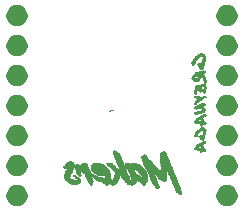
<source format=gbr>
G04 #@! TF.GenerationSoftware,KiCad,Pcbnew,5.1.5-52549c5~84~ubuntu18.04.1*
G04 #@! TF.CreationDate,2019-12-24T12:24:14-07:00*
G04 #@! TF.ProjectId,001,3030312e-6b69-4636-9164-5f7063625858,rev?*
G04 #@! TF.SameCoordinates,Original*
G04 #@! TF.FileFunction,Soldermask,Bot*
G04 #@! TF.FilePolarity,Negative*
%FSLAX46Y46*%
G04 Gerber Fmt 4.6, Leading zero omitted, Abs format (unit mm)*
G04 Created by KiCad (PCBNEW 5.1.5-52549c5~84~ubuntu18.04.1) date 2019-12-24 12:24:14*
%MOMM*%
%LPD*%
G04 APERTURE LIST*
%ADD10C,0.010000*%
%ADD11C,0.100000*%
G04 APERTURE END LIST*
D10*
G36*
X156677367Y-105745332D02*
G01*
X156672498Y-105760184D01*
X156667643Y-105766316D01*
X156626202Y-105788127D01*
X156591466Y-105788208D01*
X156537996Y-105791133D01*
X156478020Y-105811425D01*
X156476234Y-105812335D01*
X156420507Y-105835148D01*
X156374687Y-105844296D01*
X156372976Y-105844250D01*
X156365835Y-105836117D01*
X156393348Y-105816948D01*
X156419550Y-105804093D01*
X156498117Y-105775223D01*
X156583720Y-105753053D01*
X156598985Y-105750286D01*
X156655272Y-105742595D01*
X156677367Y-105745332D01*
G37*
X156677367Y-105745332D02*
X156672498Y-105760184D01*
X156667643Y-105766316D01*
X156626202Y-105788127D01*
X156591466Y-105788208D01*
X156537996Y-105791133D01*
X156478020Y-105811425D01*
X156476234Y-105812335D01*
X156420507Y-105835148D01*
X156374687Y-105844296D01*
X156372976Y-105844250D01*
X156365835Y-105836117D01*
X156393348Y-105816948D01*
X156419550Y-105804093D01*
X156498117Y-105775223D01*
X156583720Y-105753053D01*
X156598985Y-105750286D01*
X156655272Y-105742595D01*
X156677367Y-105745332D01*
G36*
X153110075Y-110132573D02*
G01*
X153212001Y-110162241D01*
X153293598Y-110206277D01*
X153340182Y-110254416D01*
X153378718Y-110349767D01*
X153395063Y-110462889D01*
X153390046Y-110580586D01*
X153364496Y-110689663D01*
X153319240Y-110776924D01*
X153306408Y-110792222D01*
X153271294Y-110843422D01*
X153255237Y-110893101D01*
X153255134Y-110896313D01*
X153243071Y-110940222D01*
X153212493Y-111002879D01*
X153171818Y-111070372D01*
X153129462Y-111128788D01*
X153093844Y-111164213D01*
X153092573Y-111165019D01*
X153071927Y-111193471D01*
X153047655Y-111248990D01*
X153032030Y-111296255D01*
X152998744Y-111410754D01*
X153089897Y-111509259D01*
X153173040Y-111582868D01*
X153273937Y-111648089D01*
X153379570Y-111698205D01*
X153476920Y-111726501D01*
X153518513Y-111730367D01*
X153579402Y-111739142D01*
X153607164Y-111761729D01*
X153629453Y-111781641D01*
X153660013Y-111772312D01*
X153687261Y-111741890D01*
X153699613Y-111698524D01*
X153699634Y-111696679D01*
X153680069Y-111640136D01*
X153622975Y-111572114D01*
X153530750Y-111495198D01*
X153478567Y-111458467D01*
X153388347Y-111392197D01*
X153332033Y-111338825D01*
X153309966Y-111300360D01*
X153322484Y-111278812D01*
X153369929Y-111276190D01*
X153450685Y-111293931D01*
X153506254Y-111312135D01*
X153557322Y-111334989D01*
X153612898Y-111367901D01*
X153681992Y-111416281D01*
X153773615Y-111485538D01*
X153786877Y-111495760D01*
X153855060Y-111572564D01*
X153897126Y-111670326D01*
X153909989Y-111775789D01*
X153890561Y-111875699D01*
X153880531Y-111897804D01*
X153832023Y-111950815D01*
X153751360Y-111995444D01*
X153648281Y-112029390D01*
X153532525Y-112050356D01*
X153413831Y-112056041D01*
X153301939Y-112044146D01*
X153280893Y-112039370D01*
X153110187Y-111981463D01*
X152944991Y-111897757D01*
X152799120Y-111796027D01*
X152722085Y-111724843D01*
X152661974Y-111659670D01*
X152624889Y-111610702D01*
X152603857Y-111564276D01*
X152591902Y-111506732D01*
X152585813Y-111457926D01*
X152578416Y-111378978D01*
X152574958Y-111312147D01*
X152575921Y-111275284D01*
X152590813Y-111221351D01*
X152623774Y-111134909D01*
X152672787Y-111020714D01*
X152735836Y-110883520D01*
X152788583Y-110773598D01*
X152832773Y-110680873D01*
X152856403Y-110622771D01*
X152858432Y-110596352D01*
X152837817Y-110598675D01*
X152793516Y-110626797D01*
X152748313Y-110659916D01*
X152684384Y-110700656D01*
X152632219Y-110710980D01*
X152575194Y-110691876D01*
X152540759Y-110672265D01*
X152488168Y-110630797D01*
X152475825Y-110589940D01*
X152502608Y-110541331D01*
X152520513Y-110521462D01*
X152562140Y-110474790D01*
X152613810Y-110412478D01*
X152640643Y-110378548D01*
X152728648Y-110279172D01*
X152821027Y-110199639D01*
X152910071Y-110145471D01*
X152988072Y-110122190D01*
X152999192Y-110121700D01*
X153110075Y-110132573D01*
G37*
X153110075Y-110132573D02*
X153212001Y-110162241D01*
X153293598Y-110206277D01*
X153340182Y-110254416D01*
X153378718Y-110349767D01*
X153395063Y-110462889D01*
X153390046Y-110580586D01*
X153364496Y-110689663D01*
X153319240Y-110776924D01*
X153306408Y-110792222D01*
X153271294Y-110843422D01*
X153255237Y-110893101D01*
X153255134Y-110896313D01*
X153243071Y-110940222D01*
X153212493Y-111002879D01*
X153171818Y-111070372D01*
X153129462Y-111128788D01*
X153093844Y-111164213D01*
X153092573Y-111165019D01*
X153071927Y-111193471D01*
X153047655Y-111248990D01*
X153032030Y-111296255D01*
X152998744Y-111410754D01*
X153089897Y-111509259D01*
X153173040Y-111582868D01*
X153273937Y-111648089D01*
X153379570Y-111698205D01*
X153476920Y-111726501D01*
X153518513Y-111730367D01*
X153579402Y-111739142D01*
X153607164Y-111761729D01*
X153629453Y-111781641D01*
X153660013Y-111772312D01*
X153687261Y-111741890D01*
X153699613Y-111698524D01*
X153699634Y-111696679D01*
X153680069Y-111640136D01*
X153622975Y-111572114D01*
X153530750Y-111495198D01*
X153478567Y-111458467D01*
X153388347Y-111392197D01*
X153332033Y-111338825D01*
X153309966Y-111300360D01*
X153322484Y-111278812D01*
X153369929Y-111276190D01*
X153450685Y-111293931D01*
X153506254Y-111312135D01*
X153557322Y-111334989D01*
X153612898Y-111367901D01*
X153681992Y-111416281D01*
X153773615Y-111485538D01*
X153786877Y-111495760D01*
X153855060Y-111572564D01*
X153897126Y-111670326D01*
X153909989Y-111775789D01*
X153890561Y-111875699D01*
X153880531Y-111897804D01*
X153832023Y-111950815D01*
X153751360Y-111995444D01*
X153648281Y-112029390D01*
X153532525Y-112050356D01*
X153413831Y-112056041D01*
X153301939Y-112044146D01*
X153280893Y-112039370D01*
X153110187Y-111981463D01*
X152944991Y-111897757D01*
X152799120Y-111796027D01*
X152722085Y-111724843D01*
X152661974Y-111659670D01*
X152624889Y-111610702D01*
X152603857Y-111564276D01*
X152591902Y-111506732D01*
X152585813Y-111457926D01*
X152578416Y-111378978D01*
X152574958Y-111312147D01*
X152575921Y-111275284D01*
X152590813Y-111221351D01*
X152623774Y-111134909D01*
X152672787Y-111020714D01*
X152735836Y-110883520D01*
X152788583Y-110773598D01*
X152832773Y-110680873D01*
X152856403Y-110622771D01*
X152858432Y-110596352D01*
X152837817Y-110598675D01*
X152793516Y-110626797D01*
X152748313Y-110659916D01*
X152684384Y-110700656D01*
X152632219Y-110710980D01*
X152575194Y-110691876D01*
X152540759Y-110672265D01*
X152488168Y-110630797D01*
X152475825Y-110589940D01*
X152502608Y-110541331D01*
X152520513Y-110521462D01*
X152562140Y-110474790D01*
X152613810Y-110412478D01*
X152640643Y-110378548D01*
X152728648Y-110279172D01*
X152821027Y-110199639D01*
X152910071Y-110145471D01*
X152988072Y-110122190D01*
X152999192Y-110121700D01*
X153110075Y-110132573D01*
G36*
X156815086Y-109204303D02*
G01*
X156854138Y-109229849D01*
X156904857Y-109260442D01*
X156947159Y-109274867D01*
X156950405Y-109275034D01*
X157003405Y-109290400D01*
X157071151Y-109330910D01*
X157142545Y-109388179D01*
X157206488Y-109453821D01*
X157233282Y-109488733D01*
X157270730Y-109552658D01*
X157312938Y-109639348D01*
X157355591Y-109737964D01*
X157394373Y-109837667D01*
X157424970Y-109927618D01*
X157443066Y-109996977D01*
X157446134Y-110023367D01*
X157461356Y-110075469D01*
X157487264Y-110110028D01*
X157519925Y-110156445D01*
X157557813Y-110238890D01*
X157598704Y-110351717D01*
X157640374Y-110489280D01*
X157648937Y-110520490D01*
X157677237Y-110605367D01*
X157713754Y-110690034D01*
X157730409Y-110721573D01*
X157759946Y-110781050D01*
X157796312Y-110866539D01*
X157833565Y-110963691D01*
X157850169Y-111010700D01*
X157888037Y-111111504D01*
X157930933Y-111210424D01*
X157971782Y-111291618D01*
X157987264Y-111317617D01*
X158043033Y-111428996D01*
X158070018Y-111532206D01*
X158090476Y-111619506D01*
X158128869Y-111682373D01*
X158143499Y-111697530D01*
X158183553Y-111732661D01*
X158208696Y-111740242D01*
X158232999Y-111723585D01*
X158237089Y-111719554D01*
X158255157Y-111701478D01*
X158265420Y-111684973D01*
X158267677Y-111660915D01*
X158261726Y-111620177D01*
X158247366Y-111553634D01*
X158231929Y-111485601D01*
X158183003Y-111326211D01*
X158118628Y-111198169D01*
X158076843Y-111128856D01*
X158043529Y-111066399D01*
X158028048Y-111030185D01*
X157995630Y-110948757D01*
X157944190Y-110846142D01*
X157880387Y-110734805D01*
X157879810Y-110733903D01*
X158377467Y-110733903D01*
X158391023Y-110775753D01*
X158410199Y-110791756D01*
X158437343Y-110817161D01*
X158472170Y-110868221D01*
X158507074Y-110931117D01*
X158534452Y-110992027D01*
X158546700Y-111037130D01*
X158546800Y-111040032D01*
X158562373Y-111065918D01*
X158602377Y-111107776D01*
X158656743Y-111157046D01*
X158715403Y-111205169D01*
X158768286Y-111243586D01*
X158805323Y-111263737D01*
X158811384Y-111264938D01*
X158837576Y-111276091D01*
X158889647Y-111305442D01*
X158958308Y-111347629D01*
X158991300Y-111368823D01*
X159062298Y-111413730D01*
X159118778Y-111446999D01*
X159152374Y-111463816D01*
X159157883Y-111464664D01*
X159159627Y-111441041D01*
X159153619Y-111392995D01*
X159152177Y-111385010D01*
X159130576Y-111323445D01*
X159097350Y-111275486D01*
X159096720Y-111274909D01*
X159065130Y-111237200D01*
X159054800Y-111210492D01*
X159039670Y-111184713D01*
X158998779Y-111138117D01*
X158938879Y-111076998D01*
X158866720Y-111007652D01*
X158789052Y-110936374D01*
X158712626Y-110869461D01*
X158644192Y-110813208D01*
X158590501Y-110773911D01*
X158579101Y-110766845D01*
X158513263Y-110732821D01*
X158451561Y-110707633D01*
X158435675Y-110702937D01*
X158393837Y-110697342D01*
X158378813Y-110714206D01*
X158377467Y-110733903D01*
X157879810Y-110733903D01*
X157819886Y-110640380D01*
X157770084Y-110560424D01*
X157741684Y-110493594D01*
X157727763Y-110421556D01*
X157724799Y-110388578D01*
X157715765Y-110263679D01*
X157905032Y-110274471D01*
X157995905Y-110282101D01*
X158075057Y-110293147D01*
X158129623Y-110305653D01*
X158141192Y-110310358D01*
X158181521Y-110323565D01*
X158221536Y-110310635D01*
X158245734Y-110294854D01*
X158311726Y-110255593D01*
X158376114Y-110237391D01*
X158454464Y-110237541D01*
X158522958Y-110246631D01*
X158641835Y-110276341D01*
X158766809Y-110325380D01*
X158887104Y-110387838D01*
X158991945Y-110457803D01*
X159070556Y-110529365D01*
X159094126Y-110559938D01*
X159142645Y-110616844D01*
X159205367Y-110670185D01*
X159219550Y-110679723D01*
X159284336Y-110731647D01*
X159353225Y-110804192D01*
X159416744Y-110885346D01*
X159465417Y-110963094D01*
X159488938Y-111021284D01*
X159502155Y-111071754D01*
X159524323Y-111147590D01*
X159551082Y-111233969D01*
X159556318Y-111250325D01*
X159598226Y-111428830D01*
X159602857Y-111593819D01*
X159569824Y-111752546D01*
X159523461Y-111865076D01*
X159463564Y-111965742D01*
X159397934Y-112040111D01*
X159332390Y-112082458D01*
X159294723Y-112090121D01*
X159256525Y-112073951D01*
X159194424Y-112026566D01*
X159110847Y-111949899D01*
X159078668Y-111918202D01*
X159027204Y-111871368D01*
X158953541Y-111810084D01*
X158869984Y-111744430D01*
X158828861Y-111713500D01*
X158655838Y-111585547D01*
X158667757Y-111658992D01*
X158668275Y-111721873D01*
X158646652Y-111792874D01*
X158623138Y-111842527D01*
X158578457Y-111926053D01*
X158542749Y-111981048D01*
X158507665Y-112017609D01*
X158464859Y-112045834D01*
X158447310Y-112055197D01*
X158354280Y-112085812D01*
X158252670Y-112082597D01*
X158169011Y-112059583D01*
X158108744Y-112043632D01*
X158073595Y-112045520D01*
X158069850Y-112049000D01*
X158037256Y-112067440D01*
X157987368Y-112056711D01*
X157927558Y-112022047D01*
X157865200Y-111968683D01*
X157807667Y-111901853D01*
X157765221Y-111832741D01*
X157740578Y-111798517D01*
X157691342Y-111741850D01*
X157623651Y-111669411D01*
X157543644Y-111587870D01*
X157502951Y-111547731D01*
X157268626Y-111319097D01*
X157235024Y-111395260D01*
X157207279Y-111452469D01*
X157182137Y-111495472D01*
X157178548Y-111500353D01*
X157160098Y-111539958D01*
X157145124Y-111598706D01*
X157143787Y-111606794D01*
X157124967Y-111667207D01*
X157088940Y-111741457D01*
X157057432Y-111792563D01*
X157015640Y-111856584D01*
X156983627Y-111911588D01*
X156970658Y-111939592D01*
X156944785Y-111971054D01*
X156894000Y-112004913D01*
X156868868Y-112017087D01*
X156805475Y-112047771D01*
X156753981Y-112078203D01*
X156742284Y-112086921D01*
X156711355Y-112104979D01*
X156672079Y-112105689D01*
X156615284Y-112091701D01*
X156538920Y-112063596D01*
X156457272Y-112025344D01*
X156434371Y-112012774D01*
X156343358Y-111960180D01*
X156259685Y-112035773D01*
X156208399Y-112078383D01*
X156167490Y-112105798D01*
X156152488Y-112111367D01*
X156126079Y-112098329D01*
X156077988Y-112063898D01*
X156017910Y-112015099D01*
X156008700Y-112007179D01*
X155956313Y-111964302D01*
X155904453Y-111929116D01*
X155844322Y-111897330D01*
X155767118Y-111864654D01*
X155664044Y-111826795D01*
X155577194Y-111796758D01*
X155450560Y-111753438D01*
X155358470Y-111721204D01*
X155295423Y-111697414D01*
X155255918Y-111679425D01*
X155234454Y-111664591D01*
X155225531Y-111650272D01*
X155223648Y-111633822D01*
X155223634Y-111626861D01*
X155206559Y-111589686D01*
X155173047Y-111562280D01*
X155124110Y-111523450D01*
X155097246Y-111488094D01*
X155065656Y-111452368D01*
X155009902Y-111408498D01*
X154958535Y-111375791D01*
X154845038Y-111310602D01*
X154866600Y-111367026D01*
X154882808Y-111420390D01*
X154900501Y-111494671D01*
X154909538Y-111539867D01*
X154928020Y-111620307D01*
X154951246Y-111695297D01*
X154963568Y-111725705D01*
X154983436Y-111774627D01*
X154982322Y-111805004D01*
X154961761Y-111833205D01*
X154934339Y-111879032D01*
X154927300Y-111910474D01*
X154919263Y-111951085D01*
X154899047Y-112008466D01*
X154872491Y-112069594D01*
X154845438Y-112121451D01*
X154823729Y-112151017D01*
X154818182Y-112153700D01*
X154795339Y-112137890D01*
X154769635Y-112105410D01*
X154746784Y-112060232D01*
X154718645Y-111990432D01*
X154694313Y-111920202D01*
X154631278Y-111752385D01*
X154550850Y-111583681D01*
X154459629Y-111425937D01*
X154364218Y-111290997D01*
X154307032Y-111225206D01*
X154226960Y-111142334D01*
X154166735Y-111081698D01*
X154117117Y-111034776D01*
X154068868Y-110993046D01*
X154012746Y-110947988D01*
X153972172Y-110916369D01*
X153853127Y-110824052D01*
X153868895Y-110890918D01*
X153884315Y-110947079D01*
X153908157Y-111024258D01*
X153929483Y-111088671D01*
X153957378Y-111192707D01*
X153963159Y-111273547D01*
X153947265Y-111326820D01*
X153910134Y-111348158D01*
X153903363Y-111348350D01*
X153810002Y-111325932D01*
X153726760Y-111265700D01*
X153656708Y-111171582D01*
X153602920Y-111047506D01*
X153573080Y-110926034D01*
X153554883Y-110834798D01*
X153533235Y-110743403D01*
X153518435Y-110690359D01*
X153499664Y-110619117D01*
X154059467Y-110619117D01*
X154070050Y-110629700D01*
X154080634Y-110619117D01*
X154070050Y-110608534D01*
X154059467Y-110619117D01*
X153499664Y-110619117D01*
X153495250Y-110602365D01*
X153490476Y-110534022D01*
X153504356Y-110466741D01*
X153522015Y-110418462D01*
X153546913Y-110364812D01*
X153574347Y-110340253D01*
X153619780Y-110333566D01*
X153639275Y-110333367D01*
X153745961Y-110352465D01*
X153856903Y-110406353D01*
X153962210Y-110489921D01*
X153982703Y-110510784D01*
X154028511Y-110558999D01*
X154049308Y-110577808D01*
X154049061Y-110568668D01*
X154031738Y-110533034D01*
X154029087Y-110527811D01*
X154000187Y-110440402D01*
X154005436Y-110365285D01*
X154043678Y-110309112D01*
X154070050Y-110292404D01*
X154148901Y-110268706D01*
X154242957Y-110260882D01*
X154335983Y-110268430D01*
X154411742Y-110290847D01*
X154433259Y-110303630D01*
X154474414Y-110337934D01*
X154502423Y-110374598D01*
X154524903Y-110426829D01*
X154548014Y-110502700D01*
X154569723Y-110567306D01*
X154592580Y-110617694D01*
X154600375Y-110629700D01*
X154622801Y-110669771D01*
X154646818Y-110729659D01*
X154652240Y-110746117D01*
X154679405Y-110824044D01*
X154711505Y-110904767D01*
X154716150Y-110915450D01*
X154742945Y-110979436D01*
X154763467Y-111034254D01*
X154766974Y-111045194D01*
X154791198Y-111077993D01*
X154842432Y-111122987D01*
X154910135Y-111172822D01*
X154983770Y-111220144D01*
X155052797Y-111257599D01*
X155096634Y-111275226D01*
X155145059Y-111293132D01*
X155170717Y-111306807D01*
X155208566Y-111324829D01*
X155279273Y-111349690D01*
X155374356Y-111379108D01*
X155485332Y-111410805D01*
X155603719Y-111442499D01*
X155721037Y-111471910D01*
X155828802Y-111496757D01*
X155918533Y-111514761D01*
X155975050Y-111523055D01*
X156018526Y-111523018D01*
X156037920Y-111503323D01*
X156045401Y-111457563D01*
X156046520Y-111391507D01*
X156039706Y-111335855D01*
X156030818Y-111311224D01*
X156013266Y-111296232D01*
X155977904Y-111288344D01*
X155915591Y-111285024D01*
X155852939Y-111284081D01*
X155749654Y-111280569D01*
X155643032Y-111273026D01*
X155555328Y-111263049D01*
X155551717Y-111262496D01*
X155475984Y-111250709D01*
X155412234Y-111240821D01*
X155382384Y-111236219D01*
X155270963Y-111199349D01*
X155156077Y-111121827D01*
X155124335Y-111093895D01*
X155065071Y-111043242D01*
X155010000Y-111002702D01*
X154982851Y-110986882D01*
X154922179Y-110937962D01*
X154874144Y-110858500D01*
X154841444Y-110759103D01*
X154833019Y-110696639D01*
X155348687Y-110696639D01*
X155363215Y-110724096D01*
X155400129Y-110753679D01*
X155424717Y-110765919D01*
X155472589Y-110791224D01*
X155497702Y-110814845D01*
X155498800Y-110819120D01*
X155516907Y-110835841D01*
X155551717Y-110841367D01*
X155591512Y-110847511D01*
X155604634Y-110859299D01*
X155622299Y-110881573D01*
X155663734Y-110905146D01*
X155711594Y-110921226D01*
X155731634Y-110923698D01*
X155734261Y-110911597D01*
X155709817Y-110879491D01*
X155668134Y-110838562D01*
X155566540Y-110759230D01*
X155461521Y-110705610D01*
X155398259Y-110683726D01*
X155359413Y-110680213D01*
X155348687Y-110696639D01*
X154833019Y-110696639D01*
X154826778Y-110650380D01*
X154832845Y-110542938D01*
X154851795Y-110471729D01*
X154902088Y-110380552D01*
X154970799Y-110310786D01*
X155049720Y-110266816D01*
X155130647Y-110253025D01*
X155205375Y-110273799D01*
X155213191Y-110278596D01*
X155254481Y-110300447D01*
X155290223Y-110298428D01*
X155328463Y-110280969D01*
X155395821Y-110257762D01*
X155464113Y-110248700D01*
X155583054Y-110263895D01*
X155711356Y-110305515D01*
X155838423Y-110367612D01*
X155953656Y-110444239D01*
X156046459Y-110529447D01*
X156100739Y-110605998D01*
X156143812Y-110663552D01*
X156202279Y-110713598D01*
X156210266Y-110718577D01*
X156277783Y-110779789D01*
X156339837Y-110877574D01*
X156394417Y-111006312D01*
X156439512Y-111160385D01*
X156473109Y-111334174D01*
X156492087Y-111505958D01*
X156499705Y-111592013D01*
X156509757Y-111646978D01*
X156525973Y-111682072D01*
X156552081Y-111708520D01*
X156561909Y-111716080D01*
X156602826Y-111743569D01*
X156629058Y-111745664D01*
X156659050Y-111723323D01*
X156661355Y-111721243D01*
X156688989Y-111682120D01*
X156720563Y-111616636D01*
X156747905Y-111542870D01*
X156777794Y-111455528D01*
X156810203Y-111370600D01*
X156833668Y-111316226D01*
X156859122Y-111252981D01*
X156873467Y-111198377D01*
X156874634Y-111185312D01*
X156882219Y-111131534D01*
X156896620Y-111082626D01*
X156907510Y-111031449D01*
X156897868Y-111011978D01*
X156846317Y-110974724D01*
X156775842Y-110916785D01*
X156697290Y-110847572D01*
X156621513Y-110776492D01*
X156588884Y-110744037D01*
X156522261Y-110678764D01*
X156438466Y-110600394D01*
X156352719Y-110523082D01*
X156329115Y-110502407D01*
X156238060Y-110416158D01*
X156179357Y-110344334D01*
X156154491Y-110289165D01*
X156163737Y-110254041D01*
X156197498Y-110240601D01*
X156259571Y-110230748D01*
X156336024Y-110225298D01*
X156412927Y-110225067D01*
X156476349Y-110230873D01*
X156493606Y-110234713D01*
X156543410Y-110258443D01*
X156604802Y-110300614D01*
X156667857Y-110352555D01*
X156722649Y-110405593D01*
X156759253Y-110451054D01*
X156768800Y-110475181D01*
X156785351Y-110501458D01*
X156827397Y-110537711D01*
X156855299Y-110556773D01*
X156918094Y-110602626D01*
X156990564Y-110664431D01*
X157040507Y-110712292D01*
X157111098Y-110782501D01*
X157193057Y-110861210D01*
X157253263Y-110917245D01*
X157310970Y-110968553D01*
X157343430Y-110992842D01*
X157355651Y-110992705D01*
X157352638Y-110970736D01*
X157351962Y-110968367D01*
X157333378Y-110916629D01*
X157300380Y-110836492D01*
X157257228Y-110737551D01*
X157208178Y-110629401D01*
X157157489Y-110521637D01*
X157117142Y-110439200D01*
X157076791Y-110350131D01*
X157033715Y-110241717D01*
X156996379Y-110135438D01*
X156992013Y-110121700D01*
X156957297Y-110021099D01*
X156911257Y-109901826D01*
X156861467Y-109783093D01*
X156837618Y-109730117D01*
X156790237Y-109623313D01*
X156759529Y-109539889D01*
X156741515Y-109466271D01*
X156732218Y-109388885D01*
X156730665Y-109365211D01*
X156729929Y-109269307D01*
X156742399Y-109212007D01*
X156770107Y-109191082D01*
X156815086Y-109204303D01*
G37*
X156815086Y-109204303D02*
X156854138Y-109229849D01*
X156904857Y-109260442D01*
X156947159Y-109274867D01*
X156950405Y-109275034D01*
X157003405Y-109290400D01*
X157071151Y-109330910D01*
X157142545Y-109388179D01*
X157206488Y-109453821D01*
X157233282Y-109488733D01*
X157270730Y-109552658D01*
X157312938Y-109639348D01*
X157355591Y-109737964D01*
X157394373Y-109837667D01*
X157424970Y-109927618D01*
X157443066Y-109996977D01*
X157446134Y-110023367D01*
X157461356Y-110075469D01*
X157487264Y-110110028D01*
X157519925Y-110156445D01*
X157557813Y-110238890D01*
X157598704Y-110351717D01*
X157640374Y-110489280D01*
X157648937Y-110520490D01*
X157677237Y-110605367D01*
X157713754Y-110690034D01*
X157730409Y-110721573D01*
X157759946Y-110781050D01*
X157796312Y-110866539D01*
X157833565Y-110963691D01*
X157850169Y-111010700D01*
X157888037Y-111111504D01*
X157930933Y-111210424D01*
X157971782Y-111291618D01*
X157987264Y-111317617D01*
X158043033Y-111428996D01*
X158070018Y-111532206D01*
X158090476Y-111619506D01*
X158128869Y-111682373D01*
X158143499Y-111697530D01*
X158183553Y-111732661D01*
X158208696Y-111740242D01*
X158232999Y-111723585D01*
X158237089Y-111719554D01*
X158255157Y-111701478D01*
X158265420Y-111684973D01*
X158267677Y-111660915D01*
X158261726Y-111620177D01*
X158247366Y-111553634D01*
X158231929Y-111485601D01*
X158183003Y-111326211D01*
X158118628Y-111198169D01*
X158076843Y-111128856D01*
X158043529Y-111066399D01*
X158028048Y-111030185D01*
X157995630Y-110948757D01*
X157944190Y-110846142D01*
X157880387Y-110734805D01*
X157879810Y-110733903D01*
X158377467Y-110733903D01*
X158391023Y-110775753D01*
X158410199Y-110791756D01*
X158437343Y-110817161D01*
X158472170Y-110868221D01*
X158507074Y-110931117D01*
X158534452Y-110992027D01*
X158546700Y-111037130D01*
X158546800Y-111040032D01*
X158562373Y-111065918D01*
X158602377Y-111107776D01*
X158656743Y-111157046D01*
X158715403Y-111205169D01*
X158768286Y-111243586D01*
X158805323Y-111263737D01*
X158811384Y-111264938D01*
X158837576Y-111276091D01*
X158889647Y-111305442D01*
X158958308Y-111347629D01*
X158991300Y-111368823D01*
X159062298Y-111413730D01*
X159118778Y-111446999D01*
X159152374Y-111463816D01*
X159157883Y-111464664D01*
X159159627Y-111441041D01*
X159153619Y-111392995D01*
X159152177Y-111385010D01*
X159130576Y-111323445D01*
X159097350Y-111275486D01*
X159096720Y-111274909D01*
X159065130Y-111237200D01*
X159054800Y-111210492D01*
X159039670Y-111184713D01*
X158998779Y-111138117D01*
X158938879Y-111076998D01*
X158866720Y-111007652D01*
X158789052Y-110936374D01*
X158712626Y-110869461D01*
X158644192Y-110813208D01*
X158590501Y-110773911D01*
X158579101Y-110766845D01*
X158513263Y-110732821D01*
X158451561Y-110707633D01*
X158435675Y-110702937D01*
X158393837Y-110697342D01*
X158378813Y-110714206D01*
X158377467Y-110733903D01*
X157879810Y-110733903D01*
X157819886Y-110640380D01*
X157770084Y-110560424D01*
X157741684Y-110493594D01*
X157727763Y-110421556D01*
X157724799Y-110388578D01*
X157715765Y-110263679D01*
X157905032Y-110274471D01*
X157995905Y-110282101D01*
X158075057Y-110293147D01*
X158129623Y-110305653D01*
X158141192Y-110310358D01*
X158181521Y-110323565D01*
X158221536Y-110310635D01*
X158245734Y-110294854D01*
X158311726Y-110255593D01*
X158376114Y-110237391D01*
X158454464Y-110237541D01*
X158522958Y-110246631D01*
X158641835Y-110276341D01*
X158766809Y-110325380D01*
X158887104Y-110387838D01*
X158991945Y-110457803D01*
X159070556Y-110529365D01*
X159094126Y-110559938D01*
X159142645Y-110616844D01*
X159205367Y-110670185D01*
X159219550Y-110679723D01*
X159284336Y-110731647D01*
X159353225Y-110804192D01*
X159416744Y-110885346D01*
X159465417Y-110963094D01*
X159488938Y-111021284D01*
X159502155Y-111071754D01*
X159524323Y-111147590D01*
X159551082Y-111233969D01*
X159556318Y-111250325D01*
X159598226Y-111428830D01*
X159602857Y-111593819D01*
X159569824Y-111752546D01*
X159523461Y-111865076D01*
X159463564Y-111965742D01*
X159397934Y-112040111D01*
X159332390Y-112082458D01*
X159294723Y-112090121D01*
X159256525Y-112073951D01*
X159194424Y-112026566D01*
X159110847Y-111949899D01*
X159078668Y-111918202D01*
X159027204Y-111871368D01*
X158953541Y-111810084D01*
X158869984Y-111744430D01*
X158828861Y-111713500D01*
X158655838Y-111585547D01*
X158667757Y-111658992D01*
X158668275Y-111721873D01*
X158646652Y-111792874D01*
X158623138Y-111842527D01*
X158578457Y-111926053D01*
X158542749Y-111981048D01*
X158507665Y-112017609D01*
X158464859Y-112045834D01*
X158447310Y-112055197D01*
X158354280Y-112085812D01*
X158252670Y-112082597D01*
X158169011Y-112059583D01*
X158108744Y-112043632D01*
X158073595Y-112045520D01*
X158069850Y-112049000D01*
X158037256Y-112067440D01*
X157987368Y-112056711D01*
X157927558Y-112022047D01*
X157865200Y-111968683D01*
X157807667Y-111901853D01*
X157765221Y-111832741D01*
X157740578Y-111798517D01*
X157691342Y-111741850D01*
X157623651Y-111669411D01*
X157543644Y-111587870D01*
X157502951Y-111547731D01*
X157268626Y-111319097D01*
X157235024Y-111395260D01*
X157207279Y-111452469D01*
X157182137Y-111495472D01*
X157178548Y-111500353D01*
X157160098Y-111539958D01*
X157145124Y-111598706D01*
X157143787Y-111606794D01*
X157124967Y-111667207D01*
X157088940Y-111741457D01*
X157057432Y-111792563D01*
X157015640Y-111856584D01*
X156983627Y-111911588D01*
X156970658Y-111939592D01*
X156944785Y-111971054D01*
X156894000Y-112004913D01*
X156868868Y-112017087D01*
X156805475Y-112047771D01*
X156753981Y-112078203D01*
X156742284Y-112086921D01*
X156711355Y-112104979D01*
X156672079Y-112105689D01*
X156615284Y-112091701D01*
X156538920Y-112063596D01*
X156457272Y-112025344D01*
X156434371Y-112012774D01*
X156343358Y-111960180D01*
X156259685Y-112035773D01*
X156208399Y-112078383D01*
X156167490Y-112105798D01*
X156152488Y-112111367D01*
X156126079Y-112098329D01*
X156077988Y-112063898D01*
X156017910Y-112015099D01*
X156008700Y-112007179D01*
X155956313Y-111964302D01*
X155904453Y-111929116D01*
X155844322Y-111897330D01*
X155767118Y-111864654D01*
X155664044Y-111826795D01*
X155577194Y-111796758D01*
X155450560Y-111753438D01*
X155358470Y-111721204D01*
X155295423Y-111697414D01*
X155255918Y-111679425D01*
X155234454Y-111664591D01*
X155225531Y-111650272D01*
X155223648Y-111633822D01*
X155223634Y-111626861D01*
X155206559Y-111589686D01*
X155173047Y-111562280D01*
X155124110Y-111523450D01*
X155097246Y-111488094D01*
X155065656Y-111452368D01*
X155009902Y-111408498D01*
X154958535Y-111375791D01*
X154845038Y-111310602D01*
X154866600Y-111367026D01*
X154882808Y-111420390D01*
X154900501Y-111494671D01*
X154909538Y-111539867D01*
X154928020Y-111620307D01*
X154951246Y-111695297D01*
X154963568Y-111725705D01*
X154983436Y-111774627D01*
X154982322Y-111805004D01*
X154961761Y-111833205D01*
X154934339Y-111879032D01*
X154927300Y-111910474D01*
X154919263Y-111951085D01*
X154899047Y-112008466D01*
X154872491Y-112069594D01*
X154845438Y-112121451D01*
X154823729Y-112151017D01*
X154818182Y-112153700D01*
X154795339Y-112137890D01*
X154769635Y-112105410D01*
X154746784Y-112060232D01*
X154718645Y-111990432D01*
X154694313Y-111920202D01*
X154631278Y-111752385D01*
X154550850Y-111583681D01*
X154459629Y-111425937D01*
X154364218Y-111290997D01*
X154307032Y-111225206D01*
X154226960Y-111142334D01*
X154166735Y-111081698D01*
X154117117Y-111034776D01*
X154068868Y-110993046D01*
X154012746Y-110947988D01*
X153972172Y-110916369D01*
X153853127Y-110824052D01*
X153868895Y-110890918D01*
X153884315Y-110947079D01*
X153908157Y-111024258D01*
X153929483Y-111088671D01*
X153957378Y-111192707D01*
X153963159Y-111273547D01*
X153947265Y-111326820D01*
X153910134Y-111348158D01*
X153903363Y-111348350D01*
X153810002Y-111325932D01*
X153726760Y-111265700D01*
X153656708Y-111171582D01*
X153602920Y-111047506D01*
X153573080Y-110926034D01*
X153554883Y-110834798D01*
X153533235Y-110743403D01*
X153518435Y-110690359D01*
X153499664Y-110619117D01*
X154059467Y-110619117D01*
X154070050Y-110629700D01*
X154080634Y-110619117D01*
X154070050Y-110608534D01*
X154059467Y-110619117D01*
X153499664Y-110619117D01*
X153495250Y-110602365D01*
X153490476Y-110534022D01*
X153504356Y-110466741D01*
X153522015Y-110418462D01*
X153546913Y-110364812D01*
X153574347Y-110340253D01*
X153619780Y-110333566D01*
X153639275Y-110333367D01*
X153745961Y-110352465D01*
X153856903Y-110406353D01*
X153962210Y-110489921D01*
X153982703Y-110510784D01*
X154028511Y-110558999D01*
X154049308Y-110577808D01*
X154049061Y-110568668D01*
X154031738Y-110533034D01*
X154029087Y-110527811D01*
X154000187Y-110440402D01*
X154005436Y-110365285D01*
X154043678Y-110309112D01*
X154070050Y-110292404D01*
X154148901Y-110268706D01*
X154242957Y-110260882D01*
X154335983Y-110268430D01*
X154411742Y-110290847D01*
X154433259Y-110303630D01*
X154474414Y-110337934D01*
X154502423Y-110374598D01*
X154524903Y-110426829D01*
X154548014Y-110502700D01*
X154569723Y-110567306D01*
X154592580Y-110617694D01*
X154600375Y-110629700D01*
X154622801Y-110669771D01*
X154646818Y-110729659D01*
X154652240Y-110746117D01*
X154679405Y-110824044D01*
X154711505Y-110904767D01*
X154716150Y-110915450D01*
X154742945Y-110979436D01*
X154763467Y-111034254D01*
X154766974Y-111045194D01*
X154791198Y-111077993D01*
X154842432Y-111122987D01*
X154910135Y-111172822D01*
X154983770Y-111220144D01*
X155052797Y-111257599D01*
X155096634Y-111275226D01*
X155145059Y-111293132D01*
X155170717Y-111306807D01*
X155208566Y-111324829D01*
X155279273Y-111349690D01*
X155374356Y-111379108D01*
X155485332Y-111410805D01*
X155603719Y-111442499D01*
X155721037Y-111471910D01*
X155828802Y-111496757D01*
X155918533Y-111514761D01*
X155975050Y-111523055D01*
X156018526Y-111523018D01*
X156037920Y-111503323D01*
X156045401Y-111457563D01*
X156046520Y-111391507D01*
X156039706Y-111335855D01*
X156030818Y-111311224D01*
X156013266Y-111296232D01*
X155977904Y-111288344D01*
X155915591Y-111285024D01*
X155852939Y-111284081D01*
X155749654Y-111280569D01*
X155643032Y-111273026D01*
X155555328Y-111263049D01*
X155551717Y-111262496D01*
X155475984Y-111250709D01*
X155412234Y-111240821D01*
X155382384Y-111236219D01*
X155270963Y-111199349D01*
X155156077Y-111121827D01*
X155124335Y-111093895D01*
X155065071Y-111043242D01*
X155010000Y-111002702D01*
X154982851Y-110986882D01*
X154922179Y-110937962D01*
X154874144Y-110858500D01*
X154841444Y-110759103D01*
X154833019Y-110696639D01*
X155348687Y-110696639D01*
X155363215Y-110724096D01*
X155400129Y-110753679D01*
X155424717Y-110765919D01*
X155472589Y-110791224D01*
X155497702Y-110814845D01*
X155498800Y-110819120D01*
X155516907Y-110835841D01*
X155551717Y-110841367D01*
X155591512Y-110847511D01*
X155604634Y-110859299D01*
X155622299Y-110881573D01*
X155663734Y-110905146D01*
X155711594Y-110921226D01*
X155731634Y-110923698D01*
X155734261Y-110911597D01*
X155709817Y-110879491D01*
X155668134Y-110838562D01*
X155566540Y-110759230D01*
X155461521Y-110705610D01*
X155398259Y-110683726D01*
X155359413Y-110680213D01*
X155348687Y-110696639D01*
X154833019Y-110696639D01*
X154826778Y-110650380D01*
X154832845Y-110542938D01*
X154851795Y-110471729D01*
X154902088Y-110380552D01*
X154970799Y-110310786D01*
X155049720Y-110266816D01*
X155130647Y-110253025D01*
X155205375Y-110273799D01*
X155213191Y-110278596D01*
X155254481Y-110300447D01*
X155290223Y-110298428D01*
X155328463Y-110280969D01*
X155395821Y-110257762D01*
X155464113Y-110248700D01*
X155583054Y-110263895D01*
X155711356Y-110305515D01*
X155838423Y-110367612D01*
X155953656Y-110444239D01*
X156046459Y-110529447D01*
X156100739Y-110605998D01*
X156143812Y-110663552D01*
X156202279Y-110713598D01*
X156210266Y-110718577D01*
X156277783Y-110779789D01*
X156339837Y-110877574D01*
X156394417Y-111006312D01*
X156439512Y-111160385D01*
X156473109Y-111334174D01*
X156492087Y-111505958D01*
X156499705Y-111592013D01*
X156509757Y-111646978D01*
X156525973Y-111682072D01*
X156552081Y-111708520D01*
X156561909Y-111716080D01*
X156602826Y-111743569D01*
X156629058Y-111745664D01*
X156659050Y-111723323D01*
X156661355Y-111721243D01*
X156688989Y-111682120D01*
X156720563Y-111616636D01*
X156747905Y-111542870D01*
X156777794Y-111455528D01*
X156810203Y-111370600D01*
X156833668Y-111316226D01*
X156859122Y-111252981D01*
X156873467Y-111198377D01*
X156874634Y-111185312D01*
X156882219Y-111131534D01*
X156896620Y-111082626D01*
X156907510Y-111031449D01*
X156897868Y-111011978D01*
X156846317Y-110974724D01*
X156775842Y-110916785D01*
X156697290Y-110847572D01*
X156621513Y-110776492D01*
X156588884Y-110744037D01*
X156522261Y-110678764D01*
X156438466Y-110600394D01*
X156352719Y-110523082D01*
X156329115Y-110502407D01*
X156238060Y-110416158D01*
X156179357Y-110344334D01*
X156154491Y-110289165D01*
X156163737Y-110254041D01*
X156197498Y-110240601D01*
X156259571Y-110230748D01*
X156336024Y-110225298D01*
X156412927Y-110225067D01*
X156476349Y-110230873D01*
X156493606Y-110234713D01*
X156543410Y-110258443D01*
X156604802Y-110300614D01*
X156667857Y-110352555D01*
X156722649Y-110405593D01*
X156759253Y-110451054D01*
X156768800Y-110475181D01*
X156785351Y-110501458D01*
X156827397Y-110537711D01*
X156855299Y-110556773D01*
X156918094Y-110602626D01*
X156990564Y-110664431D01*
X157040507Y-110712292D01*
X157111098Y-110782501D01*
X157193057Y-110861210D01*
X157253263Y-110917245D01*
X157310970Y-110968553D01*
X157343430Y-110992842D01*
X157355651Y-110992705D01*
X157352638Y-110970736D01*
X157351962Y-110968367D01*
X157333378Y-110916629D01*
X157300380Y-110836492D01*
X157257228Y-110737551D01*
X157208178Y-110629401D01*
X157157489Y-110521637D01*
X157117142Y-110439200D01*
X157076791Y-110350131D01*
X157033715Y-110241717D01*
X156996379Y-110135438D01*
X156992013Y-110121700D01*
X156957297Y-110021099D01*
X156911257Y-109901826D01*
X156861467Y-109783093D01*
X156837618Y-109730117D01*
X156790237Y-109623313D01*
X156759529Y-109539889D01*
X156741515Y-109466271D01*
X156732218Y-109388885D01*
X156730665Y-109365211D01*
X156729929Y-109269307D01*
X156742399Y-109212007D01*
X156770107Y-109191082D01*
X156815086Y-109204303D01*
G36*
X161016669Y-109268642D02*
G01*
X161071505Y-109305561D01*
X161123758Y-109353510D01*
X161160946Y-109401379D01*
X161171467Y-109431695D01*
X161180558Y-109470058D01*
X161203778Y-109529182D01*
X161221457Y-109566779D01*
X161258237Y-109648229D01*
X161294694Y-109741319D01*
X161309084Y-109783034D01*
X161339071Y-109864459D01*
X161379723Y-109960687D01*
X161417108Y-110040334D01*
X161459743Y-110136352D01*
X161499273Y-110243221D01*
X161522888Y-110322123D01*
X161549575Y-110408415D01*
X161583075Y-110489950D01*
X161610453Y-110539907D01*
X161673132Y-110641632D01*
X161723972Y-110742273D01*
X161759133Y-110832625D01*
X161774774Y-110903486D01*
X161773625Y-110931003D01*
X161770850Y-110975797D01*
X161783885Y-110989534D01*
X161802674Y-111007293D01*
X161830414Y-111052374D01*
X161861136Y-111112481D01*
X161888876Y-111175316D01*
X161907664Y-111228584D01*
X161912300Y-111254159D01*
X161927121Y-111288871D01*
X161944050Y-111307034D01*
X161967535Y-111346551D01*
X161975800Y-111394292D01*
X161981305Y-111437757D01*
X161994076Y-111455200D01*
X162013371Y-111473830D01*
X162040742Y-111523164D01*
X162072062Y-111593370D01*
X162103203Y-111674618D01*
X162130039Y-111757074D01*
X162145134Y-111815034D01*
X162162720Y-111883699D01*
X162187514Y-111960118D01*
X162222669Y-112052841D01*
X162271335Y-112170422D01*
X162305093Y-112248992D01*
X162352684Y-112361029D01*
X162386176Y-112447112D01*
X162409558Y-112519558D01*
X162426822Y-112590686D01*
X162441485Y-112670002D01*
X162454846Y-112753843D01*
X162459823Y-112806125D01*
X162455846Y-112836895D01*
X162442342Y-112856201D01*
X162430347Y-112865793D01*
X162387878Y-112889667D01*
X162346802Y-112889383D01*
X162289480Y-112864675D01*
X162287458Y-112863623D01*
X162233308Y-112825872D01*
X162179886Y-112774835D01*
X162175403Y-112769634D01*
X162130558Y-112724870D01*
X162088719Y-112696158D01*
X162082656Y-112693775D01*
X162051387Y-112668375D01*
X162015133Y-112617361D01*
X161996032Y-112581518D01*
X161923050Y-112420629D01*
X161844715Y-112236796D01*
X161768208Y-112047510D01*
X161700707Y-111870264D01*
X161677062Y-111804450D01*
X161642711Y-111708679D01*
X161611461Y-111625181D01*
X161586988Y-111563559D01*
X161573866Y-111534862D01*
X161555619Y-111488513D01*
X161552467Y-111466789D01*
X161542910Y-111421535D01*
X161519522Y-111366968D01*
X161490231Y-111317772D01*
X161462963Y-111288629D01*
X161454798Y-111285867D01*
X161436903Y-111267386D01*
X161414108Y-111220523D01*
X161391029Y-111158145D01*
X161372281Y-111093119D01*
X161362480Y-111038313D01*
X161361967Y-111027043D01*
X161350355Y-110994339D01*
X161320366Y-110941242D01*
X161290477Y-110896433D01*
X161218988Y-110795882D01*
X161206047Y-111003833D01*
X161199918Y-111117748D01*
X161194082Y-111252975D01*
X161189394Y-111388493D01*
X161187578Y-111457215D01*
X161182995Y-111580021D01*
X161173969Y-111666617D01*
X161157928Y-111723086D01*
X161132302Y-111755511D01*
X161094517Y-111769974D01*
X161054190Y-111772700D01*
X160975200Y-111765979D01*
X160931382Y-111744021D01*
X160917477Y-111704133D01*
X160917467Y-111702702D01*
X160910953Y-111673703D01*
X160896315Y-111679552D01*
X160848217Y-111699839D01*
X160783062Y-111688281D01*
X160708141Y-111647658D01*
X160669147Y-111613950D01*
X160959800Y-111613950D01*
X160970384Y-111624534D01*
X160980967Y-111613950D01*
X160970384Y-111603367D01*
X160959800Y-111613950D01*
X160669147Y-111613950D01*
X160630747Y-111580756D01*
X160626887Y-111576712D01*
X160562519Y-111509174D01*
X160498072Y-111442390D01*
X160456190Y-111399627D01*
X160407925Y-111341962D01*
X160371478Y-111282717D01*
X160364462Y-111266136D01*
X160335005Y-111216698D01*
X160296723Y-111188424D01*
X160237018Y-111157744D01*
X160185552Y-111111679D01*
X160152555Y-111061664D01*
X160147441Y-111021520D01*
X160152263Y-110993608D01*
X160137247Y-111000748D01*
X160135171Y-111002683D01*
X160128389Y-111023106D01*
X160136311Y-111062465D01*
X160160789Y-111126313D01*
X160203674Y-111220202D01*
X160216921Y-111247843D01*
X160262876Y-111348489D01*
X160303624Y-111447493D01*
X160334029Y-111531822D01*
X160347078Y-111578162D01*
X160365167Y-111641664D01*
X160396462Y-111731046D01*
X160436356Y-111833788D01*
X160474616Y-111924627D01*
X160530521Y-112060100D01*
X160564740Y-112164455D01*
X160577867Y-112242572D01*
X160570494Y-112299329D01*
X160543216Y-112339606D01*
X160526628Y-112352349D01*
X160473328Y-112379877D01*
X160427615Y-112380383D01*
X160376384Y-112351568D01*
X160337424Y-112319139D01*
X160284554Y-112264861D01*
X160262308Y-112224974D01*
X160271437Y-112203479D01*
X160312693Y-112204372D01*
X160315990Y-112205171D01*
X160352545Y-112209359D01*
X160358524Y-112199227D01*
X160330501Y-112179604D01*
X160292463Y-112166027D01*
X160245851Y-112146346D01*
X160182224Y-112109787D01*
X160134792Y-112077950D01*
X160065749Y-112020894D01*
X160023234Y-111963178D01*
X159999229Y-111903926D01*
X159963987Y-111797987D01*
X159922900Y-111681216D01*
X159879829Y-111563924D01*
X159838633Y-111456416D01*
X159803173Y-111369002D01*
X159778301Y-111313934D01*
X159747753Y-111243858D01*
X159725041Y-111174992D01*
X159722436Y-111164090D01*
X159697154Y-111103048D01*
X159654314Y-111042412D01*
X159646378Y-111034034D01*
X159590058Y-110949704D01*
X159571042Y-110884408D01*
X159543819Y-110801336D01*
X159494840Y-110720946D01*
X159491059Y-110716275D01*
X159446259Y-110651755D01*
X159394818Y-110560960D01*
X159339543Y-110450806D01*
X159283240Y-110328206D01*
X159228716Y-110200074D01*
X159178777Y-110073325D01*
X159136230Y-109954872D01*
X159103882Y-109851630D01*
X159084539Y-109770513D01*
X159081009Y-109718434D01*
X159082909Y-109710807D01*
X159112475Y-109682211D01*
X159134842Y-109677200D01*
X159173796Y-109662697D01*
X159221585Y-109626719D01*
X159233076Y-109615413D01*
X159307062Y-109556406D01*
X159376865Y-109539006D01*
X159443971Y-109562868D01*
X159447833Y-109565526D01*
X159486163Y-109606168D01*
X159533047Y-109675560D01*
X159582351Y-109762745D01*
X159627944Y-109856770D01*
X159663693Y-109946678D01*
X159667351Y-109957659D01*
X159687935Y-110009293D01*
X159715060Y-110031739D01*
X159765082Y-110036988D01*
X159775620Y-110037034D01*
X159837121Y-110043651D01*
X159876385Y-110069623D01*
X159895179Y-110095242D01*
X159929091Y-110141227D01*
X159958671Y-110170098D01*
X159958690Y-110170110D01*
X159984694Y-110195987D01*
X160023633Y-110244999D01*
X160053256Y-110286527D01*
X160110809Y-110365293D01*
X160176321Y-110446242D01*
X160243271Y-110522313D01*
X160305138Y-110586445D01*
X160355404Y-110631578D01*
X160387547Y-110650651D01*
X160389694Y-110650855D01*
X160419331Y-110667948D01*
X160455333Y-110711034D01*
X160469742Y-110734321D01*
X160508673Y-110788748D01*
X160550365Y-110825689D01*
X160563598Y-110831871D01*
X160606026Y-110854499D01*
X160661154Y-110896202D01*
X160689925Y-110922046D01*
X160769300Y-110998125D01*
X160773178Y-110808621D01*
X160775064Y-110691581D01*
X160774733Y-110609910D01*
X160771608Y-110556675D01*
X160765116Y-110524942D01*
X160754681Y-110507781D01*
X160747787Y-110502486D01*
X160734873Y-110470557D01*
X160736487Y-110401316D01*
X160739276Y-110377747D01*
X160744078Y-110297703D01*
X160736992Y-110235233D01*
X160731964Y-110220969D01*
X160713730Y-110161839D01*
X160697803Y-110073207D01*
X160685329Y-109967890D01*
X160677459Y-109858703D01*
X160675340Y-109758465D01*
X160680122Y-109679990D01*
X160682271Y-109666617D01*
X160692140Y-109593475D01*
X160694207Y-109529216D01*
X160692013Y-109507811D01*
X160691324Y-109440446D01*
X160711500Y-109381832D01*
X160746521Y-109344911D01*
X160770729Y-109338534D01*
X160818954Y-109325767D01*
X160869358Y-109296200D01*
X160922705Y-109265861D01*
X160971731Y-109253867D01*
X161016669Y-109268642D01*
G37*
X161016669Y-109268642D02*
X161071505Y-109305561D01*
X161123758Y-109353510D01*
X161160946Y-109401379D01*
X161171467Y-109431695D01*
X161180558Y-109470058D01*
X161203778Y-109529182D01*
X161221457Y-109566779D01*
X161258237Y-109648229D01*
X161294694Y-109741319D01*
X161309084Y-109783034D01*
X161339071Y-109864459D01*
X161379723Y-109960687D01*
X161417108Y-110040334D01*
X161459743Y-110136352D01*
X161499273Y-110243221D01*
X161522888Y-110322123D01*
X161549575Y-110408415D01*
X161583075Y-110489950D01*
X161610453Y-110539907D01*
X161673132Y-110641632D01*
X161723972Y-110742273D01*
X161759133Y-110832625D01*
X161774774Y-110903486D01*
X161773625Y-110931003D01*
X161770850Y-110975797D01*
X161783885Y-110989534D01*
X161802674Y-111007293D01*
X161830414Y-111052374D01*
X161861136Y-111112481D01*
X161888876Y-111175316D01*
X161907664Y-111228584D01*
X161912300Y-111254159D01*
X161927121Y-111288871D01*
X161944050Y-111307034D01*
X161967535Y-111346551D01*
X161975800Y-111394292D01*
X161981305Y-111437757D01*
X161994076Y-111455200D01*
X162013371Y-111473830D01*
X162040742Y-111523164D01*
X162072062Y-111593370D01*
X162103203Y-111674618D01*
X162130039Y-111757074D01*
X162145134Y-111815034D01*
X162162720Y-111883699D01*
X162187514Y-111960118D01*
X162222669Y-112052841D01*
X162271335Y-112170422D01*
X162305093Y-112248992D01*
X162352684Y-112361029D01*
X162386176Y-112447112D01*
X162409558Y-112519558D01*
X162426822Y-112590686D01*
X162441485Y-112670002D01*
X162454846Y-112753843D01*
X162459823Y-112806125D01*
X162455846Y-112836895D01*
X162442342Y-112856201D01*
X162430347Y-112865793D01*
X162387878Y-112889667D01*
X162346802Y-112889383D01*
X162289480Y-112864675D01*
X162287458Y-112863623D01*
X162233308Y-112825872D01*
X162179886Y-112774835D01*
X162175403Y-112769634D01*
X162130558Y-112724870D01*
X162088719Y-112696158D01*
X162082656Y-112693775D01*
X162051387Y-112668375D01*
X162015133Y-112617361D01*
X161996032Y-112581518D01*
X161923050Y-112420629D01*
X161844715Y-112236796D01*
X161768208Y-112047510D01*
X161700707Y-111870264D01*
X161677062Y-111804450D01*
X161642711Y-111708679D01*
X161611461Y-111625181D01*
X161586988Y-111563559D01*
X161573866Y-111534862D01*
X161555619Y-111488513D01*
X161552467Y-111466789D01*
X161542910Y-111421535D01*
X161519522Y-111366968D01*
X161490231Y-111317772D01*
X161462963Y-111288629D01*
X161454798Y-111285867D01*
X161436903Y-111267386D01*
X161414108Y-111220523D01*
X161391029Y-111158145D01*
X161372281Y-111093119D01*
X161362480Y-111038313D01*
X161361967Y-111027043D01*
X161350355Y-110994339D01*
X161320366Y-110941242D01*
X161290477Y-110896433D01*
X161218988Y-110795882D01*
X161206047Y-111003833D01*
X161199918Y-111117748D01*
X161194082Y-111252975D01*
X161189394Y-111388493D01*
X161187578Y-111457215D01*
X161182995Y-111580021D01*
X161173969Y-111666617D01*
X161157928Y-111723086D01*
X161132302Y-111755511D01*
X161094517Y-111769974D01*
X161054190Y-111772700D01*
X160975200Y-111765979D01*
X160931382Y-111744021D01*
X160917477Y-111704133D01*
X160917467Y-111702702D01*
X160910953Y-111673703D01*
X160896315Y-111679552D01*
X160848217Y-111699839D01*
X160783062Y-111688281D01*
X160708141Y-111647658D01*
X160669147Y-111613950D01*
X160959800Y-111613950D01*
X160970384Y-111624534D01*
X160980967Y-111613950D01*
X160970384Y-111603367D01*
X160959800Y-111613950D01*
X160669147Y-111613950D01*
X160630747Y-111580756D01*
X160626887Y-111576712D01*
X160562519Y-111509174D01*
X160498072Y-111442390D01*
X160456190Y-111399627D01*
X160407925Y-111341962D01*
X160371478Y-111282717D01*
X160364462Y-111266136D01*
X160335005Y-111216698D01*
X160296723Y-111188424D01*
X160237018Y-111157744D01*
X160185552Y-111111679D01*
X160152555Y-111061664D01*
X160147441Y-111021520D01*
X160152263Y-110993608D01*
X160137247Y-111000748D01*
X160135171Y-111002683D01*
X160128389Y-111023106D01*
X160136311Y-111062465D01*
X160160789Y-111126313D01*
X160203674Y-111220202D01*
X160216921Y-111247843D01*
X160262876Y-111348489D01*
X160303624Y-111447493D01*
X160334029Y-111531822D01*
X160347078Y-111578162D01*
X160365167Y-111641664D01*
X160396462Y-111731046D01*
X160436356Y-111833788D01*
X160474616Y-111924627D01*
X160530521Y-112060100D01*
X160564740Y-112164455D01*
X160577867Y-112242572D01*
X160570494Y-112299329D01*
X160543216Y-112339606D01*
X160526628Y-112352349D01*
X160473328Y-112379877D01*
X160427615Y-112380383D01*
X160376384Y-112351568D01*
X160337424Y-112319139D01*
X160284554Y-112264861D01*
X160262308Y-112224974D01*
X160271437Y-112203479D01*
X160312693Y-112204372D01*
X160315990Y-112205171D01*
X160352545Y-112209359D01*
X160358524Y-112199227D01*
X160330501Y-112179604D01*
X160292463Y-112166027D01*
X160245851Y-112146346D01*
X160182224Y-112109787D01*
X160134792Y-112077950D01*
X160065749Y-112020894D01*
X160023234Y-111963178D01*
X159999229Y-111903926D01*
X159963987Y-111797987D01*
X159922900Y-111681216D01*
X159879829Y-111563924D01*
X159838633Y-111456416D01*
X159803173Y-111369002D01*
X159778301Y-111313934D01*
X159747753Y-111243858D01*
X159725041Y-111174992D01*
X159722436Y-111164090D01*
X159697154Y-111103048D01*
X159654314Y-111042412D01*
X159646378Y-111034034D01*
X159590058Y-110949704D01*
X159571042Y-110884408D01*
X159543819Y-110801336D01*
X159494840Y-110720946D01*
X159491059Y-110716275D01*
X159446259Y-110651755D01*
X159394818Y-110560960D01*
X159339543Y-110450806D01*
X159283240Y-110328206D01*
X159228716Y-110200074D01*
X159178777Y-110073325D01*
X159136230Y-109954872D01*
X159103882Y-109851630D01*
X159084539Y-109770513D01*
X159081009Y-109718434D01*
X159082909Y-109710807D01*
X159112475Y-109682211D01*
X159134842Y-109677200D01*
X159173796Y-109662697D01*
X159221585Y-109626719D01*
X159233076Y-109615413D01*
X159307062Y-109556406D01*
X159376865Y-109539006D01*
X159443971Y-109562868D01*
X159447833Y-109565526D01*
X159486163Y-109606168D01*
X159533047Y-109675560D01*
X159582351Y-109762745D01*
X159627944Y-109856770D01*
X159663693Y-109946678D01*
X159667351Y-109957659D01*
X159687935Y-110009293D01*
X159715060Y-110031739D01*
X159765082Y-110036988D01*
X159775620Y-110037034D01*
X159837121Y-110043651D01*
X159876385Y-110069623D01*
X159895179Y-110095242D01*
X159929091Y-110141227D01*
X159958671Y-110170098D01*
X159958690Y-110170110D01*
X159984694Y-110195987D01*
X160023633Y-110244999D01*
X160053256Y-110286527D01*
X160110809Y-110365293D01*
X160176321Y-110446242D01*
X160243271Y-110522313D01*
X160305138Y-110586445D01*
X160355404Y-110631578D01*
X160387547Y-110650651D01*
X160389694Y-110650855D01*
X160419331Y-110667948D01*
X160455333Y-110711034D01*
X160469742Y-110734321D01*
X160508673Y-110788748D01*
X160550365Y-110825689D01*
X160563598Y-110831871D01*
X160606026Y-110854499D01*
X160661154Y-110896202D01*
X160689925Y-110922046D01*
X160769300Y-110998125D01*
X160773178Y-110808621D01*
X160775064Y-110691581D01*
X160774733Y-110609910D01*
X160771608Y-110556675D01*
X160765116Y-110524942D01*
X160754681Y-110507781D01*
X160747787Y-110502486D01*
X160734873Y-110470557D01*
X160736487Y-110401316D01*
X160739276Y-110377747D01*
X160744078Y-110297703D01*
X160736992Y-110235233D01*
X160731964Y-110220969D01*
X160713730Y-110161839D01*
X160697803Y-110073207D01*
X160685329Y-109967890D01*
X160677459Y-109858703D01*
X160675340Y-109758465D01*
X160680122Y-109679990D01*
X160682271Y-109666617D01*
X160692140Y-109593475D01*
X160694207Y-109529216D01*
X160692013Y-109507811D01*
X160691324Y-109440446D01*
X160711500Y-109381832D01*
X160746521Y-109344911D01*
X160770729Y-109338534D01*
X160818954Y-109325767D01*
X160869358Y-109296200D01*
X160922705Y-109265861D01*
X160971731Y-109253867D01*
X161016669Y-109268642D01*
D11*
G36*
X164200171Y-100907601D02*
G01*
X164165721Y-100912801D01*
X164126101Y-100914501D01*
X163915949Y-101035080D01*
X163743694Y-101198722D01*
X163719574Y-101222832D01*
X163693734Y-101241782D01*
X163673064Y-101264172D01*
X163659284Y-101295182D01*
X163567984Y-101398534D01*
X163488744Y-101524280D01*
X163411234Y-101655194D01*
X163325104Y-101775772D01*
X163333704Y-101805052D01*
X163332004Y-101829172D01*
X163378514Y-101868792D01*
X163404354Y-101920472D01*
X163435364Y-101970422D01*
X163483594Y-102006592D01*
X163492194Y-101994532D01*
X163511144Y-101999732D01*
X163530094Y-102003132D01*
X163538694Y-101987632D01*
X163550754Y-101999692D01*
X163562814Y-102011752D01*
X163580034Y-102006552D01*
X163598984Y-102006552D01*
X163652384Y-101913532D01*
X163704064Y-101806734D01*
X163764354Y-101693046D01*
X163836704Y-101579358D01*
X163928004Y-101463947D01*
X164034803Y-101353704D01*
X164150214Y-101253794D01*
X164265625Y-101174554D01*
X164281125Y-101183154D01*
X164296625Y-101193484D01*
X164296625Y-101315785D01*
X164303525Y-101429473D01*
X164289745Y-101438073D01*
X164277685Y-101448413D01*
X164239785Y-101667177D01*
X164184665Y-101873883D01*
X164165715Y-101818763D01*
X164148485Y-101818763D01*
X164131265Y-101837713D01*
X164089925Y-101791203D01*
X164022745Y-101770533D01*
X163998634Y-101782593D01*
X163976244Y-101770533D01*
X163976244Y-101760193D01*
X163983144Y-101756793D01*
X163990044Y-101753393D01*
X163990044Y-101744793D01*
X163959034Y-101753393D01*
X163929754Y-101763733D01*
X163835014Y-101906704D01*
X163871184Y-101961824D01*
X163909084Y-102030724D01*
X163948704Y-102104794D01*
X163986604Y-102175414D01*
X164021055Y-102228814D01*
X164062395Y-102271874D01*
X164103735Y-102313214D01*
X164138184Y-102363164D01*
X164182975Y-102366564D01*
X164224315Y-102369964D01*
X164324225Y-102290724D01*
X164393125Y-102185649D01*
X164443075Y-102063348D01*
X164480975Y-101928989D01*
X164518875Y-101789463D01*
X164563665Y-101653382D01*
X164565365Y-101603432D01*
X164570565Y-101563812D01*
X164577465Y-101525912D01*
X164582665Y-101484572D01*
X164586065Y-101472512D01*
X164594665Y-101465612D01*
X164599865Y-101403602D01*
X164599865Y-101357092D01*
X164606765Y-101307142D01*
X164611965Y-101258912D01*
X164501722Y-101016033D01*
X164217501Y-100919573D01*
X164207171Y-100916173D01*
X164200271Y-100907573D01*
X164200171Y-100907601D01*
G37*
G36*
X164468543Y-102442736D02*
G01*
X163858905Y-102866307D01*
X163938145Y-102837027D01*
X163898525Y-102988611D01*
X163836515Y-103138473D01*
X163734885Y-103093683D01*
X163681485Y-103017893D01*
X163681485Y-103017887D01*
X163741775Y-102967937D01*
X163796895Y-102912817D01*
X163858905Y-102866307D01*
X164468543Y-102442736D01*
X164456483Y-102427236D01*
X164427203Y-102411736D01*
X164427203Y-102430686D01*
X164358303Y-102423786D01*
X164296293Y-102439286D01*
X164237723Y-102453066D01*
X164177433Y-102447866D01*
X164174033Y-102459926D01*
X164149913Y-102466826D01*
X164118903Y-102468526D01*
X164091343Y-102466826D01*
X163981099Y-102501276D01*
X163869134Y-102525396D01*
X163760613Y-102547786D01*
X163660703Y-102582236D01*
X163667603Y-102632186D01*
X163689993Y-102668356D01*
X163590083Y-102763096D01*
X163476395Y-102845776D01*
X163376485Y-102942236D01*
X163324805Y-103074873D01*
X163388535Y-103167893D01*
X163471215Y-103252303D01*
X163490165Y-103278143D01*
X163507395Y-103305703D01*
X163533235Y-103305703D01*
X163586635Y-103345323D01*
X163650365Y-103374603D01*
X163717545Y-103400443D01*
X163781275Y-103428003D01*
X163800225Y-103424603D01*
X163815725Y-103428003D01*
X163832945Y-103433203D01*
X163855335Y-103434903D01*
X164003474Y-103374613D01*
X164094775Y-103247144D01*
X164155065Y-103088670D01*
X164208465Y-102935363D01*
X164215365Y-102942263D01*
X164225695Y-102947463D01*
X164275645Y-103026703D01*
X164308375Y-103080103D01*
X164329045Y-103135223D01*
X164349715Y-103219633D01*
X164370385Y-103302313D01*
X164382445Y-103357433D01*
X164389345Y-103409113D01*
X164397945Y-103483183D01*
X164442735Y-103514193D01*
X164494415Y-103531423D01*
X164544365Y-103533123D01*
X164580535Y-103519343D01*
X164587435Y-103527943D01*
X164587435Y-103545163D01*
X164608105Y-103524493D01*
X164632225Y-103507263D01*
X164654615Y-103486593D01*
X164666675Y-103459033D01*
X164668375Y-103300558D01*
X164589135Y-103054234D01*
X164539185Y-102933656D01*
X164496125Y-102852696D01*
X164449615Y-102788966D01*
X164389325Y-102721786D01*
X164396225Y-102714886D01*
X164403125Y-102709686D01*
X164515089Y-102682126D01*
X164602940Y-102630446D01*
X164608140Y-102592546D01*
X164627090Y-102570156D01*
X164625390Y-102544316D01*
X164616790Y-102528816D01*
X164606450Y-102513316D01*
X164603050Y-102485756D01*
X164573770Y-102475416D01*
X164559990Y-102447856D01*
X164534150Y-102451256D01*
X164513479Y-102446056D01*
X164492810Y-102439156D01*
X164468690Y-102442556D01*
X164468543Y-102442736D01*
G37*
G36*
X163646887Y-104496014D02*
G01*
X163665837Y-104496014D01*
X163676167Y-104494314D01*
X163688227Y-104494314D01*
X163705457Y-104497714D01*
X163786417Y-104413304D01*
X163817427Y-104311674D01*
X163836377Y-104197986D01*
X163881167Y-104084298D01*
X163881167Y-104042958D01*
X163886367Y-103991278D01*
X163901867Y-103965438D01*
X163910467Y-103934428D01*
X163943198Y-103939628D01*
X163969037Y-103944828D01*
X163967337Y-104077465D01*
X163958737Y-104222159D01*
X163970797Y-104220459D01*
X163979397Y-104218759D01*
X164001787Y-104242879D01*
X164025908Y-104266999D01*
X164046578Y-104291119D01*
X164051778Y-104322129D01*
X164082788Y-104330729D01*
X164115518Y-104327329D01*
X164155138Y-104272209D01*
X164189588Y-104213639D01*
X164215428Y-104149909D01*
X164222328Y-104075839D01*
X164222328Y-104062059D01*
X164217128Y-104051719D01*
X164222328Y-104012099D01*
X164227528Y-103974199D01*
X164220628Y-103927689D01*
X164213728Y-103881179D01*
X164291238Y-103831229D01*
X164379088Y-103791609D01*
X164385988Y-103888069D01*
X164380788Y-103962139D01*
X164372188Y-104032759D01*
X164368788Y-104124059D01*
X164344668Y-104205019D01*
X164323998Y-104292869D01*
X164342948Y-104316989D01*
X164367068Y-104335939D01*
X164386018Y-104356609D01*
X164392918Y-104382449D01*
X164410148Y-104391049D01*
X164427368Y-104396249D01*
X164442868Y-104401449D01*
X164446268Y-104416949D01*
X164534118Y-104356659D01*
X164578908Y-104280869D01*
X164603018Y-104184409D01*
X164623688Y-104068998D01*
X164621988Y-104043158D01*
X164618588Y-104019038D01*
X164634088Y-103924298D01*
X164639288Y-103812332D01*
X164623788Y-103703812D01*
X164578998Y-103619412D01*
X164551438Y-103600462D01*
X164525598Y-103578072D01*
X164475648Y-103571172D01*
X164418808Y-103560842D01*
X164358518Y-103552242D01*
X164305118Y-103555642D01*
X164258608Y-103576312D01*
X164213818Y-103588372D01*
X164205218Y-103598712D01*
X164198318Y-103612492D01*
X164139748Y-103634882D01*
X164086348Y-103659002D01*
X164034668Y-103684842D01*
X163974377Y-103710682D01*
X163926147Y-103674512D01*
X163872747Y-103659012D01*
X163817627Y-103650412D01*
X163759057Y-103638352D01*
X163717717Y-103679692D01*
X163690157Y-103734812D01*
X163672927Y-103798552D01*
X163657427Y-103870902D01*
X163622977Y-103993203D01*
X163604027Y-104100001D01*
X163588527Y-104210244D01*
X163567857Y-104339435D01*
X163583357Y-104368715D01*
X163574757Y-104384215D01*
X163564427Y-104392815D01*
X163614377Y-104435875D01*
X163647107Y-104496165D01*
X163646887Y-104496014D01*
G37*
G36*
X164165375Y-105005888D02*
G01*
X164191215Y-104985218D01*
X164220495Y-104967988D01*
X164256665Y-104949038D01*
X164287675Y-104923198D01*
X164329015Y-104905968D01*
X164361745Y-104878408D01*
X164511607Y-104797448D01*
X164542617Y-104787108D01*
X164570177Y-104771608D01*
X164582237Y-104764708D01*
X164590837Y-104759508D01*
X164608067Y-104756108D01*
X164632187Y-104737158D01*
X164651137Y-104718208D01*
X164664917Y-104706148D01*
X164675247Y-104680308D01*
X164540889Y-104527002D01*
X164523659Y-104528702D01*
X164506439Y-104533902D01*
X164485769Y-104540802D01*
X164437539Y-104556302D01*
X164394479Y-104585582D01*
X164356579Y-104601082D01*
X164275619Y-104642422D01*
X164210159Y-104680322D01*
X164172259Y-104702712D01*
X164122309Y-104661372D01*
X164039629Y-104621752D01*
X163969008Y-104597632D01*
X163931108Y-104592432D01*
X163898378Y-104585532D01*
X163860478Y-104576932D01*
X163820858Y-104573532D01*
X163796738Y-104563202D01*
X163779508Y-104566602D01*
X163748498Y-104568302D01*
X163707158Y-104559702D01*
X163669258Y-104551102D01*
X163627918Y-104549402D01*
X163590018Y-104559742D01*
X163557288Y-104592472D01*
X163555588Y-104621752D01*
X163572818Y-104651032D01*
X163588318Y-104680312D01*
X163605548Y-104716482D01*
X163627938Y-104752652D01*
X163652058Y-104764712D01*
X163671008Y-104787102D01*
X163689958Y-104787102D01*
X163708908Y-104788802D01*
X163736468Y-104795702D01*
X163757139Y-104802602D01*
X163803648Y-104807802D01*
X163843268Y-104818132D01*
X163882888Y-104828462D01*
X163927678Y-104830162D01*
X163915618Y-104847392D01*
X163910418Y-104854292D01*
X163905218Y-104861192D01*
X163767414Y-104962822D01*
X163750184Y-104959422D01*
X163715734Y-104995592D01*
X163689894Y-105021432D01*
X163664054Y-105043822D01*
X163650274Y-105062772D01*
X163543476Y-105219524D01*
X163540076Y-105243644D01*
X163562466Y-105250544D01*
X163596916Y-105278104D01*
X163626196Y-105324614D01*
X163636536Y-105340114D01*
X163662376Y-105348714D01*
X163677876Y-105347014D01*
X163695106Y-105353914D01*
X163755396Y-105319464D01*
X163789846Y-105281564D01*
X163815686Y-105252284D01*
X163843246Y-105233334D01*
X163857026Y-105221274D01*
X163912146Y-105174764D01*
X163932816Y-105169564D01*
X163932816Y-105148894D01*
X163939716Y-105140294D01*
X163968996Y-105123064D01*
X163991386Y-105105844D01*
X163999987Y-105097244D01*
X164013767Y-105092044D01*
X164027547Y-105086844D01*
X164061997Y-105059284D01*
X164086117Y-105047224D01*
X164113677Y-105033444D01*
X164139517Y-105014494D01*
X164165375Y-105005888D01*
G37*
G36*
X164303179Y-105514040D02*
G01*
X164322129Y-105491650D01*
X164351409Y-105477870D01*
X164380689Y-105465810D01*
X164392749Y-105448580D01*
X164416869Y-105438250D01*
X164439259Y-105424470D01*
X164463379Y-105414140D01*
X164492659Y-105417540D01*
X164521939Y-105400320D01*
X164558109Y-105391720D01*
X164587389Y-105377940D01*
X164597729Y-105340040D01*
X164606329Y-105338340D01*
X164618389Y-105343540D01*
X164620089Y-105314260D01*
X164628689Y-105291870D01*
X164592519Y-105236750D01*
X164535679Y-105198850D01*
X164470219Y-105169570D01*
X164413379Y-105145450D01*
X164377209Y-105147150D01*
X164346199Y-105135090D01*
X164301039Y-105156430D01*
X164255119Y-105178260D01*
X164208449Y-105200570D01*
X164161029Y-105223370D01*
X164112849Y-105246650D01*
X164063919Y-105270420D01*
X164014229Y-105294670D01*
X163963788Y-105319410D01*
X163913048Y-105344230D01*
X163862478Y-105368720D01*
X163812068Y-105392890D01*
X163761818Y-105416740D01*
X163711728Y-105440260D01*
X163661798Y-105463460D01*
X163612028Y-105486340D01*
X163562428Y-105508890D01*
X163598598Y-105586400D01*
X163643388Y-105657020D01*
X163703678Y-105712140D01*
X163777748Y-105741420D01*
X163786348Y-105732820D01*
X163788048Y-105725920D01*
X163800108Y-105732820D01*
X163807008Y-105732820D01*
X163817348Y-105732820D01*
X163832848Y-105738020D01*
X163834548Y-105727690D01*
X163834548Y-105717350D01*
X163865558Y-105720750D01*
X163887948Y-105713850D01*
X163908618Y-105705250D01*
X163936178Y-105706950D01*
X163939578Y-105698350D01*
X163944779Y-105694950D01*
X163949978Y-105689750D01*
X163949978Y-105682850D01*
X164025769Y-105686250D01*
X164103279Y-105682850D01*
X164184239Y-105684550D01*
X164270369Y-105696610D01*
X164177349Y-105794790D01*
X164049880Y-105855080D01*
X163898295Y-105891250D01*
X163732930Y-105917090D01*
X163695030Y-105941210D01*
X163648520Y-105956710D01*
X163598570Y-105970490D01*
X163552060Y-105987720D01*
X163569290Y-106030780D01*
X163596850Y-106065230D01*
X163624410Y-106097960D01*
X163639910Y-106141020D01*
X163696750Y-106178920D01*
X163755320Y-106201310D01*
X163786330Y-106187530D01*
X163820780Y-106178930D01*
X163853510Y-106165150D01*
X163877630Y-106141030D01*
X163960310Y-106127250D01*
X164032661Y-106111750D01*
X164108451Y-106099690D01*
X164192851Y-106096290D01*
X164277251Y-106067010D01*
X164358211Y-106042890D01*
X164411611Y-105999830D01*
X164473621Y-105967100D01*
X164477021Y-105958500D01*
X164471821Y-105946440D01*
X164482161Y-105946440D01*
X164489061Y-105941240D01*
X164495961Y-105937840D01*
X164509741Y-105941240D01*
X164539021Y-105898180D01*
X164573471Y-105856840D01*
X164594141Y-105805160D01*
X164582081Y-105727650D01*
X164463225Y-105601904D01*
X164303028Y-105514054D01*
X164303179Y-105514040D01*
G37*
G36*
X164471989Y-107067778D02*
G01*
X164173988Y-106569962D01*
X164167088Y-106662982D01*
X164151588Y-106757722D01*
X164044790Y-106731882D01*
X163932823Y-106702602D01*
X163950053Y-106692272D01*
X164031014Y-106625092D01*
X164115424Y-106571692D01*
X164146434Y-106551022D01*
X164177444Y-106532072D01*
X164175744Y-106551022D01*
X164174044Y-106569972D01*
X164173988Y-106569962D01*
X164471989Y-107067778D01*
X164532279Y-107036768D01*
X164585679Y-106990258D01*
X164623579Y-106931688D01*
X164640809Y-106862788D01*
X164628749Y-106831778D01*
X164618419Y-106816278D01*
X164613219Y-106805938D01*
X164608019Y-106799038D01*
X164599419Y-106778368D01*
X164577029Y-106785268D01*
X164556359Y-106783568D01*
X164533969Y-106762898D01*
X164523629Y-106752558D01*
X164513298Y-106743958D01*
X164480569Y-106714678D01*
X164468509Y-106761188D01*
X164437499Y-106818038D01*
X164373759Y-106830098D01*
X164372059Y-106771528D01*
X164384119Y-106725018D01*
X164399619Y-106661288D01*
X164404819Y-106592388D01*
X164404819Y-106566548D01*
X164401419Y-106540708D01*
X164398019Y-106523488D01*
X164377349Y-106516588D01*
X164370449Y-106509688D01*
X164348059Y-106490738D01*
X164310159Y-106487338D01*
X164279149Y-106477008D01*
X164322209Y-106461508D01*
X164339439Y-106454608D01*
X164342839Y-106437378D01*
X164351439Y-106432178D01*
X164360039Y-106430478D01*
X164389319Y-106421878D01*
X164396219Y-106414978D01*
X164401419Y-106408078D01*
X164432429Y-106399478D01*
X164461709Y-106389138D01*
X164506499Y-106373638D01*
X164547839Y-106370238D01*
X164566789Y-106363338D01*
X164584019Y-106344388D01*
X164594349Y-106323718D01*
X164601249Y-106313378D01*
X164604649Y-106304778D01*
X164623599Y-106299578D01*
X164626999Y-106278908D01*
X164632199Y-106251348D01*
X164633899Y-106234118D01*
X164632199Y-106216888D01*
X164608079Y-106187608D01*
X164589129Y-106163488D01*
X164558119Y-106146268D01*
X164539169Y-106142868D01*
X164521939Y-106139468D01*
X164511609Y-106134268D01*
X164490939Y-106111878D01*
X164475439Y-106130828D01*
X164446159Y-106132528D01*
X164277350Y-106204878D01*
X164111985Y-106285838D01*
X164056865Y-106311678D01*
X164001744Y-106339238D01*
X163989684Y-106337538D01*
X163974184Y-106340938D01*
X163922504Y-106371948D01*
X163874274Y-106396068D01*
X163817434Y-106423628D01*
X163760594Y-106461528D01*
X163748535Y-106489088D01*
X163745134Y-106501148D01*
X163741734Y-106516648D01*
X163745134Y-106542488D01*
X163683124Y-106626888D01*
X163584934Y-106700958D01*
X163560824Y-106718188D01*
X163574604Y-106740578D01*
X163584934Y-106764698D01*
X163593534Y-106797428D01*
X163609034Y-106855998D01*
X163634874Y-106900788D01*
X163676214Y-106912848D01*
X163703774Y-106918048D01*
X163762344Y-106926648D01*
X163827804Y-106933548D01*
X163886374Y-106947328D01*
X163943214Y-106959388D01*
X164024175Y-106976608D01*
X164096525Y-106998998D01*
X164098225Y-107016228D01*
X164093025Y-107033448D01*
X164089625Y-107055838D01*
X164087925Y-107074788D01*
X164105155Y-107081688D01*
X164122385Y-107098918D01*
X164132725Y-107131648D01*
X164148225Y-107150598D01*
X164158565Y-107164378D01*
X164168895Y-107190218D01*
X164194735Y-107176438D01*
X164255025Y-107126488D01*
X164301535Y-107055868D01*
X164322205Y-107057568D01*
X164341155Y-107062768D01*
X164401445Y-107071368D01*
X164465175Y-107071368D01*
X164471989Y-107067778D01*
G37*
G36*
X164306624Y-108404476D02*
G01*
X164422035Y-108295955D01*
X164489215Y-108147816D01*
X164535725Y-107977284D01*
X164589125Y-107806751D01*
X164590825Y-107763691D01*
X164596025Y-107729241D01*
X164601225Y-107698231D01*
X164604625Y-107663781D01*
X164608025Y-107655181D01*
X164614925Y-107649981D01*
X164620125Y-107596581D01*
X164620125Y-107558681D01*
X164625325Y-107515621D01*
X164630525Y-107477721D01*
X164539225Y-107274460D01*
X164301513Y-107193500D01*
X164291183Y-107190100D01*
X164285983Y-107183200D01*
X164256703Y-107186600D01*
X164225693Y-107188300D01*
X164049993Y-107289930D01*
X163905298Y-107426011D01*
X163884628Y-107446681D01*
X163863958Y-107462181D01*
X163846728Y-107481131D01*
X163834668Y-107506971D01*
X163758878Y-107593101D01*
X163693418Y-107698176D01*
X163629688Y-107806696D01*
X163557338Y-107906606D01*
X163562538Y-107934166D01*
X163562538Y-107953116D01*
X163598708Y-107985846D01*
X163621098Y-108028906D01*
X163646938Y-108070246D01*
X163688278Y-108099526D01*
X163696878Y-108089186D01*
X163712378Y-108094386D01*
X163727878Y-108096086D01*
X163734778Y-108084026D01*
X163745118Y-108094356D01*
X163753718Y-108104696D01*
X163767498Y-108099496D01*
X163784728Y-108099496D01*
X163827788Y-108021976D01*
X163872578Y-107934126D01*
X163922528Y-107839386D01*
X163982818Y-107744646D01*
X164060339Y-107649906D01*
X164148189Y-107556886D01*
X164244649Y-107472476D01*
X164341109Y-107405296D01*
X164354889Y-107412196D01*
X164366949Y-107420796D01*
X164366949Y-107522426D01*
X164372149Y-107618886D01*
X164361809Y-107625786D01*
X164351469Y-107634386D01*
X164320459Y-107816976D01*
X164273949Y-107989231D01*
X164265349Y-107963391D01*
X164256749Y-107942721D01*
X164242969Y-107942721D01*
X164229189Y-107959951D01*
X164194739Y-107920331D01*
X164139619Y-107903101D01*
X164118949Y-107913431D01*
X164099999Y-107903101D01*
X164099999Y-107894501D01*
X164105199Y-107891101D01*
X164112099Y-107889401D01*
X164110399Y-107880801D01*
X164084559Y-107887701D01*
X164060449Y-107898041D01*
X163981208Y-108016896D01*
X164012219Y-108063406D01*
X164044949Y-108120246D01*
X164077679Y-108182256D01*
X164108689Y-108242546D01*
X164136249Y-108285606D01*
X164172419Y-108321776D01*
X164206869Y-108356226D01*
X164236149Y-108399286D01*
X164272319Y-108400986D01*
X164306769Y-108404386D01*
X164306624Y-108404476D01*
G37*
G36*
X164460296Y-109332777D02*
G01*
X164155481Y-108838561D01*
X164148581Y-108931581D01*
X164133080Y-109026321D01*
X164026283Y-109000481D01*
X163914316Y-108971201D01*
X163931546Y-108960861D01*
X164012507Y-108893681D01*
X164096917Y-108840281D01*
X164127927Y-108819611D01*
X164158937Y-108800661D01*
X164157237Y-108819611D01*
X164155537Y-108838561D01*
X164155481Y-108838561D01*
X164460296Y-109332777D01*
X164520586Y-109301767D01*
X164573986Y-109255257D01*
X164611886Y-109196687D01*
X164629116Y-109127787D01*
X164617056Y-109096777D01*
X164606726Y-109081277D01*
X164601526Y-109070937D01*
X164596326Y-109064037D01*
X164587726Y-109043367D01*
X164565336Y-109050267D01*
X164544666Y-109048567D01*
X164522276Y-109027897D01*
X164511935Y-109017557D01*
X164501606Y-109008957D01*
X164468876Y-108979677D01*
X164456816Y-109026187D01*
X164425806Y-109083037D01*
X164362066Y-109095097D01*
X164360366Y-109036527D01*
X164372426Y-108990017D01*
X164387926Y-108926287D01*
X164393126Y-108857387D01*
X164393126Y-108831547D01*
X164389726Y-108805707D01*
X164386326Y-108788487D01*
X164365656Y-108781587D01*
X164358756Y-108774687D01*
X164336366Y-108755737D01*
X164298466Y-108752337D01*
X164267455Y-108742007D01*
X164310516Y-108726507D01*
X164327746Y-108719607D01*
X164331146Y-108702377D01*
X164339746Y-108697177D01*
X164348346Y-108695477D01*
X164377626Y-108686877D01*
X164384526Y-108679977D01*
X164389726Y-108673077D01*
X164420736Y-108664477D01*
X164450016Y-108654137D01*
X164494806Y-108638637D01*
X164536146Y-108635237D01*
X164555096Y-108628337D01*
X164572326Y-108609387D01*
X164582656Y-108588717D01*
X164589556Y-108578377D01*
X164592956Y-108569777D01*
X164611906Y-108564577D01*
X164615306Y-108543907D01*
X164620506Y-108516347D01*
X164622206Y-108499117D01*
X164620506Y-108481887D01*
X164596386Y-108452607D01*
X164577436Y-108428487D01*
X164546426Y-108411267D01*
X164527475Y-108407867D01*
X164510246Y-108404467D01*
X164499916Y-108399267D01*
X164479246Y-108376877D01*
X164463746Y-108395827D01*
X164434466Y-108397527D01*
X164265657Y-108469877D01*
X164100292Y-108550837D01*
X164045172Y-108576677D01*
X163990051Y-108604237D01*
X163977991Y-108602537D01*
X163962491Y-108605937D01*
X163910811Y-108636947D01*
X163862581Y-108661067D01*
X163805741Y-108688627D01*
X163748902Y-108726527D01*
X163736841Y-108754087D01*
X163733441Y-108766147D01*
X163730041Y-108781647D01*
X163733441Y-108807487D01*
X163671431Y-108891887D01*
X163573241Y-108965957D01*
X163549131Y-108983187D01*
X163562911Y-109005577D01*
X163573241Y-109029697D01*
X163581841Y-109062427D01*
X163597341Y-109120997D01*
X163623181Y-109165787D01*
X163664521Y-109177847D01*
X163692081Y-109183047D01*
X163750651Y-109191647D01*
X163816111Y-109198547D01*
X163874681Y-109212327D01*
X163931521Y-109224387D01*
X164012482Y-109241617D01*
X164084832Y-109264007D01*
X164086532Y-109281237D01*
X164081332Y-109298457D01*
X164077932Y-109320847D01*
X164076232Y-109339797D01*
X164093462Y-109346697D01*
X164110692Y-109363927D01*
X164121032Y-109396657D01*
X164136532Y-109415607D01*
X164146872Y-109429387D01*
X164157202Y-109455227D01*
X164183042Y-109441447D01*
X164243332Y-109391497D01*
X164289842Y-109320877D01*
X164310512Y-109322577D01*
X164329462Y-109327777D01*
X164389752Y-109336377D01*
X164453482Y-109336377D01*
X164460296Y-109332777D01*
G37*
G36*
X148703512Y-112133927D02*
G01*
X148852812Y-112163624D01*
X149016784Y-112231544D01*
X149164354Y-112330147D01*
X149289853Y-112455646D01*
X149388456Y-112603216D01*
X149456376Y-112767188D01*
X149491000Y-112941259D01*
X149491000Y-113118741D01*
X149456376Y-113292812D01*
X149388456Y-113456784D01*
X149289853Y-113604354D01*
X149164354Y-113729853D01*
X149016784Y-113828456D01*
X148852812Y-113896376D01*
X148703512Y-113926073D01*
X148678742Y-113931000D01*
X148501258Y-113931000D01*
X148476488Y-113926073D01*
X148327188Y-113896376D01*
X148163216Y-113828456D01*
X148015646Y-113729853D01*
X147890147Y-113604354D01*
X147791544Y-113456784D01*
X147723624Y-113292812D01*
X147689000Y-113118741D01*
X147689000Y-112941259D01*
X147723624Y-112767188D01*
X147791544Y-112603216D01*
X147890147Y-112455646D01*
X148015646Y-112330147D01*
X148163216Y-112231544D01*
X148327188Y-112163624D01*
X148476488Y-112133927D01*
X148501258Y-112129000D01*
X148678742Y-112129000D01*
X148703512Y-112133927D01*
G37*
G36*
X166483512Y-112133927D02*
G01*
X166632812Y-112163624D01*
X166796784Y-112231544D01*
X166944354Y-112330147D01*
X167069853Y-112455646D01*
X167168456Y-112603216D01*
X167236376Y-112767188D01*
X167271000Y-112941259D01*
X167271000Y-113118741D01*
X167236376Y-113292812D01*
X167168456Y-113456784D01*
X167069853Y-113604354D01*
X166944354Y-113729853D01*
X166796784Y-113828456D01*
X166632812Y-113896376D01*
X166483512Y-113926073D01*
X166458742Y-113931000D01*
X166281258Y-113931000D01*
X166256488Y-113926073D01*
X166107188Y-113896376D01*
X165943216Y-113828456D01*
X165795646Y-113729853D01*
X165670147Y-113604354D01*
X165571544Y-113456784D01*
X165503624Y-113292812D01*
X165469000Y-113118741D01*
X165469000Y-112941259D01*
X165503624Y-112767188D01*
X165571544Y-112603216D01*
X165670147Y-112455646D01*
X165795646Y-112330147D01*
X165943216Y-112231544D01*
X166107188Y-112163624D01*
X166256488Y-112133927D01*
X166281258Y-112129000D01*
X166458742Y-112129000D01*
X166483512Y-112133927D01*
G37*
G36*
X148703512Y-109593927D02*
G01*
X148852812Y-109623624D01*
X149016784Y-109691544D01*
X149164354Y-109790147D01*
X149289853Y-109915646D01*
X149388456Y-110063216D01*
X149456376Y-110227188D01*
X149491000Y-110401259D01*
X149491000Y-110578741D01*
X149456376Y-110752812D01*
X149388456Y-110916784D01*
X149289853Y-111064354D01*
X149164354Y-111189853D01*
X149016784Y-111288456D01*
X148852812Y-111356376D01*
X148703512Y-111386073D01*
X148678742Y-111391000D01*
X148501258Y-111391000D01*
X148476488Y-111386073D01*
X148327188Y-111356376D01*
X148163216Y-111288456D01*
X148015646Y-111189853D01*
X147890147Y-111064354D01*
X147791544Y-110916784D01*
X147723624Y-110752812D01*
X147689000Y-110578741D01*
X147689000Y-110401259D01*
X147723624Y-110227188D01*
X147791544Y-110063216D01*
X147890147Y-109915646D01*
X148015646Y-109790147D01*
X148163216Y-109691544D01*
X148327188Y-109623624D01*
X148476488Y-109593927D01*
X148501258Y-109589000D01*
X148678742Y-109589000D01*
X148703512Y-109593927D01*
G37*
G36*
X166483512Y-109593927D02*
G01*
X166632812Y-109623624D01*
X166796784Y-109691544D01*
X166944354Y-109790147D01*
X167069853Y-109915646D01*
X167168456Y-110063216D01*
X167236376Y-110227188D01*
X167271000Y-110401259D01*
X167271000Y-110578741D01*
X167236376Y-110752812D01*
X167168456Y-110916784D01*
X167069853Y-111064354D01*
X166944354Y-111189853D01*
X166796784Y-111288456D01*
X166632812Y-111356376D01*
X166483512Y-111386073D01*
X166458742Y-111391000D01*
X166281258Y-111391000D01*
X166256488Y-111386073D01*
X166107188Y-111356376D01*
X165943216Y-111288456D01*
X165795646Y-111189853D01*
X165670147Y-111064354D01*
X165571544Y-110916784D01*
X165503624Y-110752812D01*
X165469000Y-110578741D01*
X165469000Y-110401259D01*
X165503624Y-110227188D01*
X165571544Y-110063216D01*
X165670147Y-109915646D01*
X165795646Y-109790147D01*
X165943216Y-109691544D01*
X166107188Y-109623624D01*
X166256488Y-109593927D01*
X166281258Y-109589000D01*
X166458742Y-109589000D01*
X166483512Y-109593927D01*
G37*
G36*
X166483512Y-107053927D02*
G01*
X166632812Y-107083624D01*
X166796784Y-107151544D01*
X166944354Y-107250147D01*
X167069853Y-107375646D01*
X167168456Y-107523216D01*
X167236376Y-107687188D01*
X167271000Y-107861259D01*
X167271000Y-108038741D01*
X167236376Y-108212812D01*
X167168456Y-108376784D01*
X167069853Y-108524354D01*
X166944354Y-108649853D01*
X166796784Y-108748456D01*
X166632812Y-108816376D01*
X166483512Y-108846073D01*
X166458742Y-108851000D01*
X166281258Y-108851000D01*
X166256488Y-108846073D01*
X166107188Y-108816376D01*
X165943216Y-108748456D01*
X165795646Y-108649853D01*
X165670147Y-108524354D01*
X165571544Y-108376784D01*
X165503624Y-108212812D01*
X165469000Y-108038741D01*
X165469000Y-107861259D01*
X165503624Y-107687188D01*
X165571544Y-107523216D01*
X165670147Y-107375646D01*
X165795646Y-107250147D01*
X165943216Y-107151544D01*
X166107188Y-107083624D01*
X166256488Y-107053927D01*
X166281258Y-107049000D01*
X166458742Y-107049000D01*
X166483512Y-107053927D01*
G37*
G36*
X148703512Y-107053927D02*
G01*
X148852812Y-107083624D01*
X149016784Y-107151544D01*
X149164354Y-107250147D01*
X149289853Y-107375646D01*
X149388456Y-107523216D01*
X149456376Y-107687188D01*
X149491000Y-107861259D01*
X149491000Y-108038741D01*
X149456376Y-108212812D01*
X149388456Y-108376784D01*
X149289853Y-108524354D01*
X149164354Y-108649853D01*
X149016784Y-108748456D01*
X148852812Y-108816376D01*
X148703512Y-108846073D01*
X148678742Y-108851000D01*
X148501258Y-108851000D01*
X148476488Y-108846073D01*
X148327188Y-108816376D01*
X148163216Y-108748456D01*
X148015646Y-108649853D01*
X147890147Y-108524354D01*
X147791544Y-108376784D01*
X147723624Y-108212812D01*
X147689000Y-108038741D01*
X147689000Y-107861259D01*
X147723624Y-107687188D01*
X147791544Y-107523216D01*
X147890147Y-107375646D01*
X148015646Y-107250147D01*
X148163216Y-107151544D01*
X148327188Y-107083624D01*
X148476488Y-107053927D01*
X148501258Y-107049000D01*
X148678742Y-107049000D01*
X148703512Y-107053927D01*
G37*
G36*
X148703512Y-104513927D02*
G01*
X148852812Y-104543624D01*
X149016784Y-104611544D01*
X149164354Y-104710147D01*
X149289853Y-104835646D01*
X149388456Y-104983216D01*
X149456376Y-105147188D01*
X149491000Y-105321259D01*
X149491000Y-105498741D01*
X149456376Y-105672812D01*
X149388456Y-105836784D01*
X149289853Y-105984354D01*
X149164354Y-106109853D01*
X149016784Y-106208456D01*
X148852812Y-106276376D01*
X148703512Y-106306073D01*
X148678742Y-106311000D01*
X148501258Y-106311000D01*
X148476488Y-106306073D01*
X148327188Y-106276376D01*
X148163216Y-106208456D01*
X148015646Y-106109853D01*
X147890147Y-105984354D01*
X147791544Y-105836784D01*
X147723624Y-105672812D01*
X147689000Y-105498741D01*
X147689000Y-105321259D01*
X147723624Y-105147188D01*
X147791544Y-104983216D01*
X147890147Y-104835646D01*
X148015646Y-104710147D01*
X148163216Y-104611544D01*
X148327188Y-104543624D01*
X148476488Y-104513927D01*
X148501258Y-104509000D01*
X148678742Y-104509000D01*
X148703512Y-104513927D01*
G37*
G36*
X166483512Y-104513927D02*
G01*
X166632812Y-104543624D01*
X166796784Y-104611544D01*
X166944354Y-104710147D01*
X167069853Y-104835646D01*
X167168456Y-104983216D01*
X167236376Y-105147188D01*
X167271000Y-105321259D01*
X167271000Y-105498741D01*
X167236376Y-105672812D01*
X167168456Y-105836784D01*
X167069853Y-105984354D01*
X166944354Y-106109853D01*
X166796784Y-106208456D01*
X166632812Y-106276376D01*
X166483512Y-106306073D01*
X166458742Y-106311000D01*
X166281258Y-106311000D01*
X166256488Y-106306073D01*
X166107188Y-106276376D01*
X165943216Y-106208456D01*
X165795646Y-106109853D01*
X165670147Y-105984354D01*
X165571544Y-105836784D01*
X165503624Y-105672812D01*
X165469000Y-105498741D01*
X165469000Y-105321259D01*
X165503624Y-105147188D01*
X165571544Y-104983216D01*
X165670147Y-104835646D01*
X165795646Y-104710147D01*
X165943216Y-104611544D01*
X166107188Y-104543624D01*
X166256488Y-104513927D01*
X166281258Y-104509000D01*
X166458742Y-104509000D01*
X166483512Y-104513927D01*
G37*
G36*
X148703512Y-101973927D02*
G01*
X148852812Y-102003624D01*
X149016784Y-102071544D01*
X149164354Y-102170147D01*
X149289853Y-102295646D01*
X149388456Y-102443216D01*
X149456376Y-102607188D01*
X149491000Y-102781259D01*
X149491000Y-102958741D01*
X149456376Y-103132812D01*
X149388456Y-103296784D01*
X149289853Y-103444354D01*
X149164354Y-103569853D01*
X149016784Y-103668456D01*
X148852812Y-103736376D01*
X148703512Y-103766073D01*
X148678742Y-103771000D01*
X148501258Y-103771000D01*
X148476488Y-103766073D01*
X148327188Y-103736376D01*
X148163216Y-103668456D01*
X148015646Y-103569853D01*
X147890147Y-103444354D01*
X147791544Y-103296784D01*
X147723624Y-103132812D01*
X147689000Y-102958741D01*
X147689000Y-102781259D01*
X147723624Y-102607188D01*
X147791544Y-102443216D01*
X147890147Y-102295646D01*
X148015646Y-102170147D01*
X148163216Y-102071544D01*
X148327188Y-102003624D01*
X148476488Y-101973927D01*
X148501258Y-101969000D01*
X148678742Y-101969000D01*
X148703512Y-101973927D01*
G37*
G36*
X166483512Y-101973927D02*
G01*
X166632812Y-102003624D01*
X166796784Y-102071544D01*
X166944354Y-102170147D01*
X167069853Y-102295646D01*
X167168456Y-102443216D01*
X167236376Y-102607188D01*
X167271000Y-102781259D01*
X167271000Y-102958741D01*
X167236376Y-103132812D01*
X167168456Y-103296784D01*
X167069853Y-103444354D01*
X166944354Y-103569853D01*
X166796784Y-103668456D01*
X166632812Y-103736376D01*
X166483512Y-103766073D01*
X166458742Y-103771000D01*
X166281258Y-103771000D01*
X166256488Y-103766073D01*
X166107188Y-103736376D01*
X165943216Y-103668456D01*
X165795646Y-103569853D01*
X165670147Y-103444354D01*
X165571544Y-103296784D01*
X165503624Y-103132812D01*
X165469000Y-102958741D01*
X165469000Y-102781259D01*
X165503624Y-102607188D01*
X165571544Y-102443216D01*
X165670147Y-102295646D01*
X165795646Y-102170147D01*
X165943216Y-102071544D01*
X166107188Y-102003624D01*
X166256488Y-101973927D01*
X166281258Y-101969000D01*
X166458742Y-101969000D01*
X166483512Y-101973927D01*
G37*
G36*
X148703512Y-99433927D02*
G01*
X148852812Y-99463624D01*
X149016784Y-99531544D01*
X149164354Y-99630147D01*
X149289853Y-99755646D01*
X149388456Y-99903216D01*
X149456376Y-100067188D01*
X149491000Y-100241259D01*
X149491000Y-100418741D01*
X149456376Y-100592812D01*
X149388456Y-100756784D01*
X149289853Y-100904354D01*
X149164354Y-101029853D01*
X149016784Y-101128456D01*
X148852812Y-101196376D01*
X148703512Y-101226073D01*
X148678742Y-101231000D01*
X148501258Y-101231000D01*
X148476488Y-101226073D01*
X148327188Y-101196376D01*
X148163216Y-101128456D01*
X148015646Y-101029853D01*
X147890147Y-100904354D01*
X147791544Y-100756784D01*
X147723624Y-100592812D01*
X147689000Y-100418741D01*
X147689000Y-100241259D01*
X147723624Y-100067188D01*
X147791544Y-99903216D01*
X147890147Y-99755646D01*
X148015646Y-99630147D01*
X148163216Y-99531544D01*
X148327188Y-99463624D01*
X148476488Y-99433927D01*
X148501258Y-99429000D01*
X148678742Y-99429000D01*
X148703512Y-99433927D01*
G37*
G36*
X166483512Y-99433927D02*
G01*
X166632812Y-99463624D01*
X166796784Y-99531544D01*
X166944354Y-99630147D01*
X167069853Y-99755646D01*
X167168456Y-99903216D01*
X167236376Y-100067188D01*
X167271000Y-100241259D01*
X167271000Y-100418741D01*
X167236376Y-100592812D01*
X167168456Y-100756784D01*
X167069853Y-100904354D01*
X166944354Y-101029853D01*
X166796784Y-101128456D01*
X166632812Y-101196376D01*
X166483512Y-101226073D01*
X166458742Y-101231000D01*
X166281258Y-101231000D01*
X166256488Y-101226073D01*
X166107188Y-101196376D01*
X165943216Y-101128456D01*
X165795646Y-101029853D01*
X165670147Y-100904354D01*
X165571544Y-100756784D01*
X165503624Y-100592812D01*
X165469000Y-100418741D01*
X165469000Y-100241259D01*
X165503624Y-100067188D01*
X165571544Y-99903216D01*
X165670147Y-99755646D01*
X165795646Y-99630147D01*
X165943216Y-99531544D01*
X166107188Y-99463624D01*
X166256488Y-99433927D01*
X166281258Y-99429000D01*
X166458742Y-99429000D01*
X166483512Y-99433927D01*
G37*
G36*
X166483512Y-96893927D02*
G01*
X166632812Y-96923624D01*
X166796784Y-96991544D01*
X166944354Y-97090147D01*
X167069853Y-97215646D01*
X167168456Y-97363216D01*
X167236376Y-97527188D01*
X167271000Y-97701259D01*
X167271000Y-97878741D01*
X167236376Y-98052812D01*
X167168456Y-98216784D01*
X167069853Y-98364354D01*
X166944354Y-98489853D01*
X166796784Y-98588456D01*
X166632812Y-98656376D01*
X166483512Y-98686073D01*
X166458742Y-98691000D01*
X166281258Y-98691000D01*
X166256488Y-98686073D01*
X166107188Y-98656376D01*
X165943216Y-98588456D01*
X165795646Y-98489853D01*
X165670147Y-98364354D01*
X165571544Y-98216784D01*
X165503624Y-98052812D01*
X165469000Y-97878741D01*
X165469000Y-97701259D01*
X165503624Y-97527188D01*
X165571544Y-97363216D01*
X165670147Y-97215646D01*
X165795646Y-97090147D01*
X165943216Y-96991544D01*
X166107188Y-96923624D01*
X166256488Y-96893927D01*
X166281258Y-96889000D01*
X166458742Y-96889000D01*
X166483512Y-96893927D01*
G37*
G36*
X148703512Y-96893927D02*
G01*
X148852812Y-96923624D01*
X149016784Y-96991544D01*
X149164354Y-97090147D01*
X149289853Y-97215646D01*
X149388456Y-97363216D01*
X149456376Y-97527188D01*
X149491000Y-97701259D01*
X149491000Y-97878741D01*
X149456376Y-98052812D01*
X149388456Y-98216784D01*
X149289853Y-98364354D01*
X149164354Y-98489853D01*
X149016784Y-98588456D01*
X148852812Y-98656376D01*
X148703512Y-98686073D01*
X148678742Y-98691000D01*
X148501258Y-98691000D01*
X148476488Y-98686073D01*
X148327188Y-98656376D01*
X148163216Y-98588456D01*
X148015646Y-98489853D01*
X147890147Y-98364354D01*
X147791544Y-98216784D01*
X147723624Y-98052812D01*
X147689000Y-97878741D01*
X147689000Y-97701259D01*
X147723624Y-97527188D01*
X147791544Y-97363216D01*
X147890147Y-97215646D01*
X148015646Y-97090147D01*
X148163216Y-96991544D01*
X148327188Y-96923624D01*
X148476488Y-96893927D01*
X148501258Y-96889000D01*
X148678742Y-96889000D01*
X148703512Y-96893927D01*
G37*
M02*

</source>
